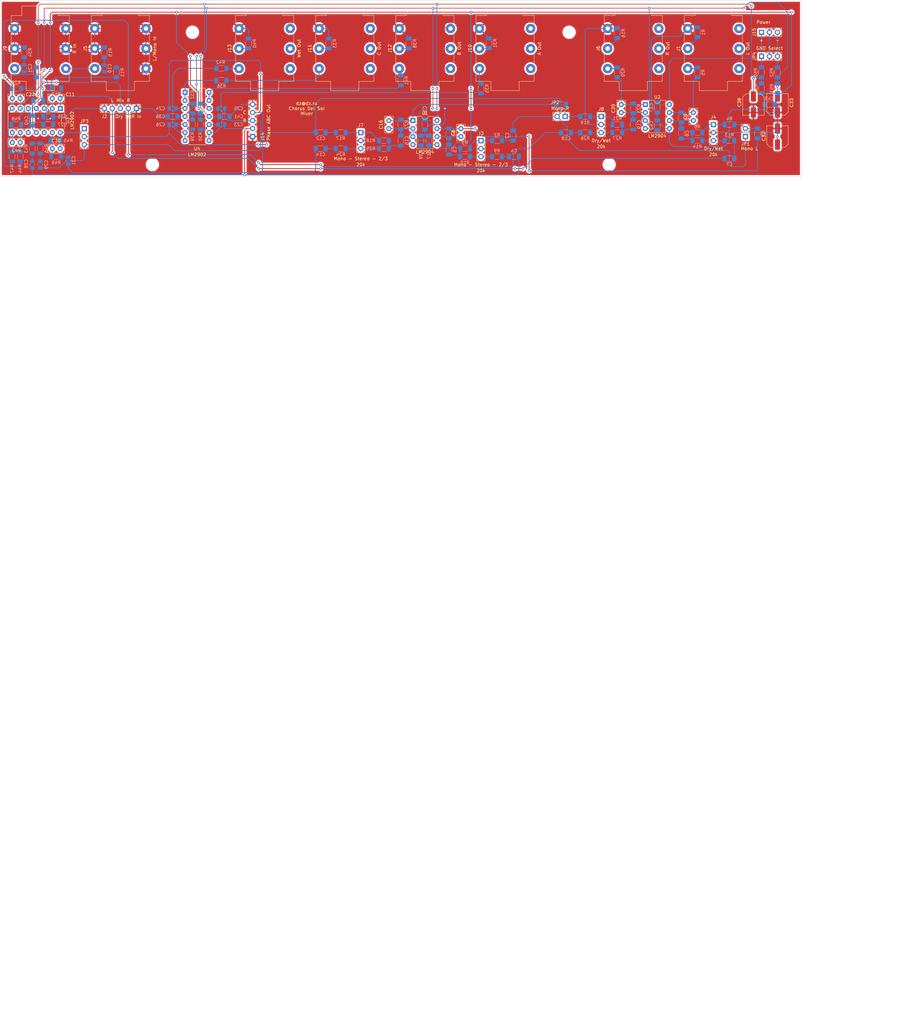
<source format=kicad_pcb>
(kicad_pcb (version 20211014) (generator pcbnew)
  (layers (0 "F.Cu" signal) (31 "B.Cu" signal) (34 "B.Paste" user) (35 "F.Paste" user) (36 "B.SilkS" user "B.Silkscreen") (37 "F.SilkS" user "F.Silkscreen") (38 "B.Mask" user) (39 "F.Mask" user) (44 "Edge.Cuts" user))
  (net 0 "")
  (net 1 "GND")
  (net 2 "/1{slash}2")
  (net 3 "/Wet Mix")
  (net 4 "Net-(C2-Pad2)")
  (net 5 "Net-(C3-Pad1)")
  (net 6 "Net-(C3-Pad2)")
  (net 7 "/A")
  (net 8 "Net-(C4-Pad2)")
  (net 9 "Net-(C5-Pad1)")
  (net 10 "Net-(C5-Pad2)")
  (net 11 "/Dry L")
  (net 12 "Net-(C7-Pad2)")
  (net 13 "Net-(C8-Pad1)")
  (net 14 "Net-(C8-Pad2)")
  (net 15 "Net-(C9-Pad2)")
  (net 16 "Net-(C10-Pad1)")
  (net 17 "Net-(C10-Pad2)")
  (net 18 "Net-(C11-Pad1)")
  (net 19 "Net-(C12-Pad2)")
  (net 20 "Net-(C13-Pad1)")
  (net 21 "Net-(C13-Pad2)")
  (net 22 "/C")
  (net 23 "Net-(C14-Pad2)")
  (net 24 "Net-(C15-Pad1)")
  (net 25 "Net-(C15-Pad2)")
  (net 26 "/Dry R")
  (net 27 "Net-(C18-Pad2)")
  (net 28 "Net-(C19-Pad1)")
  (net 29 "Net-(C19-Pad2)")
  (net 30 "Net-(C20-Pad2)")
  (net 31 "Net-(C21-Pad1)")
  (net 32 "Net-(C21-Pad2)")
  (net 33 "Net-(C22-Pad1)")
  (net 34 "Net-(C23-Pad2)")
  (net 35 "Net-(C24-Pad2)")
  (net 36 "/B")
  (net 37 "Net-(C25-Pad2)")
  (net 38 "Net-(C26-Pad2)")
  (net 39 "Net-(C28-Pad2)")
  (net 40 "Net-(C29-Pad2)")
  (net 41 "Net-(C30-Pad1)")
  (net 42 "Net-(C30-Pad2)")
  (net 43 "Net-(C31-Pad2)")
  (net 44 "/V+")
  (net 45 "/V-")
  (net 46 "Net-(J1-PadR)")
  (net 49 "Net-(J1-PadT)")
  (net 51 "/Dry Mix")
  (net 52 "Net-(J3-Pad1)")
  (net 53 "Net-(J3-Pad3)")
  (net 54 "Net-(J4-Pad1)")
  (net 55 "Net-(J4-Pad3)")
  (net 56 "Net-(J6-PadR)")
  (net 59 "Net-(J6-PadT)")
  (net 61 "Net-(J7-Pad1)")
  (net 62 "Net-(J7-Pad3)")
  (net 63 "Net-(J8-Pad1)")
  (net 64 "Net-(J8-Pad3)")
  (net 65 "Net-(J10-PadR)")
  (net 68 "Net-(J10-PadT)")
  (net 70 "Net-(J11-PadR)")
  (net 73 "Net-(J11-PadT)")
  (net 75 "Net-(J12-PadR)")
  (net 78 "Net-(J12-PadT)")
  (net 80 "Net-(J13-PadR)")
  (net 83 "Net-(J13-PadT)")
  (net 85 "+15V")
  (net 86 "-15V")
  (net 87 "Net-(R35-Pad1)")
  (net 88 "Net-(R36-Pad1)")
  (net 89 "Net-(R41-Pad1)")
  (net 90 "Net-(R42-Pad1)")
  (net 91 "Net-(R44-Pad2)")
  (footprint "Connector_PinHeader_2.54mm:PinHeader_1x03_P2.54mm_Vertical" (layer "F.Cu") (at 238.76 52.07)
    (fp_text reference "J4")
    (fp_text value "20k")
  )
  (footprint "MountingHole:MountingHole_3.2mm_M3" (layer "F.Cu") (at 205.74 64.77)
    (fp_text reference "H4" hide)
    (fp_text value "MountingHole" hide)
  )
  (footprint "Connector_Audio:Jack_6.35mm_Neutrik_NMJ6HCD2_Horizontal" (layer "F.Cu") (at 88.405 34.375 90)
    (fp_text reference "J13")
    (fp_text value "Wet Out")
  )
  (footprint "Capacitor_SMD:C_Elec_6.3x5.8" (layer "F.Cu") (at 259.08 55.88 90)
    (fp_text reference "C32")
    (fp_text value "47,0")
  )
  (footprint "Connector_PinHeader_2.54mm:PinHeader_1x03_P2.54mm_Vertical" (layer "F.Cu") (at 127 54.61)
    (fp_text reference "J7")
    (fp_text value "20k")
  )
  (footprint "Capacitor_SMD:C_Elec_6.3x5.8" (layer "F.Cu") (at 251.46 45.72 -90)
    (fp_text reference "C33")
    (fp_text value "100,0")
  )
  (footprint "Connector_PinHeader_2.54mm:PinHeader_1x03_P2.54mm_Vertical" (layer "F.Cu") (at 254 22.86 90)
    (fp_text reference "J15")
    (fp_text value "Power")
  )
  (footprint "Connector_Audio:Jack_6.35mm_Neutrik_NMJ6HCD2_Horizontal" (layer "F.Cu") (at 230.645 34.375 90)
    (fp_text reference "J1")
    (fp_text value "L Out")
  )
  (footprint "Connector_Audio:Jack_6.35mm_Neutrik_NMJ6HCD2_Horizontal" (layer "F.Cu") (at 139.205 34.375 90)
    (fp_text reference "J12")
    (fp_text value "B Out")
  )
  (footprint "Capacitor_THT:C_Disc_D5.0mm_W2.5mm_P2.50mm" (layer "F.Cu") (at 135.89 53.34 90)
    (fp_text reference "C16")
    (fp_text value "30p")
  )
  (footprint "Connector_Audio:Jack_6.35mm_Neutrik_NMJ6HCD2_Horizontal" (layer "F.Cu") (at 205.245 34.375 90)
    (fp_text reference "J6")
    (fp_text value "R Out")
  )
  (footprint "Connector_PinHeader_2.54mm:PinHeader_1x05_P2.54mm_Vertical" (layer "F.Cu") (at 55.875 46.99 -90)
    (fp_text reference "J2")
    (fp_text value "Dry LMR In")
  )
  (footprint "Capacitor_THT:C_Disc_D5.0mm_W2.5mm_P2.50mm" (layer "F.Cu") (at 209.55 48.26 90)
    (fp_text reference "C20")
    (fp_text value "30p")
  )
  (footprint "MountingHole:MountingHole_3.2mm_M3" (layer "F.Cu") (at 73.66 22.86)
    (fp_text reference "H1" hide)
    (fp_text value "MountingHole" hide)
  )
  (footprint "Connector_Audio:Jack_6.35mm_Neutrik_NMJ6HCD2_Horizontal" (layer "F.Cu") (at 17.285 34.375 90)
    (fp_text reference "J9")
    (fp_text value "R In")
  )
  (footprint "Capacitor_THT:C_Disc_D5.0mm_W2.5mm_P2.50mm" (layer "F.Cu") (at 29.21 43.815)
    (fp_text reference "C11")
    (fp_text value "33p")
  )
  (footprint "Connector_PinHeader_2.54mm:PinHeader_1x02_P2.54mm_Vertical" (layer "F.Cu") (at 191.77 49.53 -90)
    (fp_text reference "JP2")
    (fp_text value "Mono R")
  )
  (footprint "Connector_PinHeader_2.54mm:PinHeader_1x02_P2.54mm_Vertical" (layer "F.Cu") (at 248.92 55.88 180)
    (fp_text reference "JP1")
    (fp_text value "Mono L")
  )
  (footprint "MountingHole:MountingHole_3.2mm_M3" (layer "F.Cu") (at 193.04 22.86)
    (fp_text reference "H2" hide)
    (fp_text value "MountingHole" hide)
  )
  (footprint "Connector_Audio:Jack_6.35mm_Neutrik_NMJ6HCD2_Horizontal" (layer "F.Cu") (at 164.605 34.375 90)
    (fp_text reference "J10")
    (fp_text value "A Out")
  )
  (footprint "Capacitor_THT:C_Disc_D5.0mm_W2.5mm_P2.50mm" (layer "F.Cu") (at 29.215 59.7)
    (fp_text reference "C30")
    (fp_text value "33p")
  )
  (footprint "Connector_Audio:Jack_6.35mm_Neutrik_NMJ6HCD2_Horizontal" (layer "F.Cu") (at 42.685 34.375 90)
    (fp_text reference "J5")
    (fp_text value "L/Mono In")
  )
  (footprint "Capacitor_SMD:C_Elec_6.3x5.8" (layer "F.Cu") (at 259.08 45.72 90)
    (fp_text reference "C38")
    (fp_text value "100,0")
  )
  (footprint "Connector_PinHeader_2.54mm:PinHeader_1x03_P2.54mm_Vertical" (layer "F.Cu") (at 39.37 53.355)
    (fp_text reference "JP3")
    (fp_text value "Mix/B")
  )
  (footprint "MountingHole:MountingHole_3.2mm_M3" (layer "F.Cu") (at 60.96 64.77)
    (fp_text reference "H3" hide)
    (fp_text value "MountingHole" hide)
  )
  (footprint "Package_DIP:DIP-8_W7.62mm" (layer "F.Cu") (at 217.18 45.73)
    (fp_text reference "U2")
    (fp_text value "LM2904")
  )
  (footprint "Connector_PinHeader_2.54mm:PinHeader_1x03_P2.54mm_Vertical" (layer "F.Cu") (at 203.2 49.53)
    (fp_text reference "J8")
    (fp_text value "20k")
  )
  (footprint "Package_DIP:DIP-14_W7.62mm" (layer "F.Cu") (at 71.3 41.91)
    (fp_text reference "U4")
    (fp_text value "LM2902")
  )
  (footprint "Package_DIP:DIP-8_W7.62mm" (layer "F.Cu") (at 143.52 50.81)
    (fp_text reference "U1")
    (fp_text value "LM2904")
  )
  (footprint "Capacitor_THT:C_Disc_D5.0mm_W2.5mm_P2.50mm" (layer "F.Cu") (at 158.75 55.88 90)
    (fp_text reference "C6")
    (fp_text value "30p")
  )
  (footprint "Connector_PinHeader_2.54mm:PinHeader_1x03_P2.54mm_Vertical" (layer "F.Cu") (at 254 30.48 90)
    (fp_text reference "JP4")
    (fp_text value "GND Select")
  )
  (footprint "Package_DIP:DIP-14_W7.62mm" (layer "F.Cu") (at 31.755 47 -90)
    (fp_text reference "U3")
    (fp_text value "LM2902")
  )
  (footprint "Capacitor_THT:C_Disc_D5.0mm_W2.5mm_P2.50mm" (layer "F.Cu") (at 232.41 50.8 90)
    (fp_text reference "C9")
    (fp_text value "30p")
  )
  (footprint "Connector_PinHeader_2.54mm:PinHeader_1x03_P2.54mm_Vertical" (layer "F.Cu") (at 165.1 57.165)
    (fp_text reference "J3")
    (fp_text value "20k")
  )
  (footprint "Capacitor_THT:C_Disc_D5.0mm_W2.5mm_P2.50mm" (layer "F.Cu") (at 19.05 57.785 180)
    (fp_text reference "C44")
    (fp_text value "30p")
  )
  (footprint "Connector_PinHeader_2.54mm:PinHeader_1x05_P2.54mm_Vertical" (layer "F.Cu") (at 92.71 55.88 180)
    (fp_text reference "J14")
    (fp_text value "Phase ABC Out")
  )
  (footprint "Connector_Audio:Jack_6.35mm_Neutrik_NMJ6HCD2_Horizontal" (layer "F.Cu") (at 113.805 34.375 90)
    (fp_text reference "J11")
    (fp_text value "C Out")
  )
  (footprint "Capacitor_THT:C_Disc_D5.0mm_W2.5mm_P2.50mm" (layer "F.Cu") (at 19.03 43.815 180)
    (fp_text reference "C22")
    (fp_text value "33p")
  )
  (footprint "Resistor_SMD:R_1206_3216Metric_Pad1.30x1.75mm_HandSolder" (layer "B.Cu") (at 16.51 62.24 90)
    (fp_text reference "R47")
    (fp_text value "100k")
  )
  (footprint "Resistor_SMD:R_1206_3216Metric_Pad1.30x1.75mm_HandSolder" (layer "B.Cu") (at 254 35.56 -90)
    (fp_text reference "R50")
    (fp_text value "100")
  )
  (footprint "Capacitor_SMD:C_1206_3216Metric_Pad1.33x1.80mm_HandSolder" (layer "B.Cu") (at 114.3 54.61)
    (fp_text reference "C12")
    (fp_text value "20,0")
  )
  (footprint "Resistor_SMD:R_1206_3216Metric_Pad1.30x1.75mm_HandSolder" (layer "B.Cu") (at 139.7 52.07 90)
    (fp_text reference "R22")
    (fp_text value "47k")
  )
  (footprint "Capacitor_SMD:C_1206_3216Metric_Pad1.33x1.80mm_HandSolder" (layer "B.Cu") (at 243.84 62.865)
    (fp_text reference "C7")
    (fp_text value "20,0")
  )
  (footprint "Capacitor_SMD:C_0805_2012Metric_Pad1.18x1.45mm_HandSolder" (layer "B.Cu") (at 34.29 63.5 90)
    (fp_text reference "C31")
    (fp_text value "10,0")
  )
  (footprint "Resistor_SMD:R_1206_3216Metric_Pad1.30x1.75mm_HandSolder" (layer "B.Cu") (at 120.65 54.61)
    (fp_text reference "R17")
    (fp_text value "22k")
  )
  (footprint "Capacitor_SMD:C_0805_2012Metric_Pad1.18x1.45mm_HandSolder" (layer "B.Cu") (at 67.31 46.99)
    (fp_text reference "C24")
    (fp_text value "10,0")
  )
  (footprint "Resistor_SMD:R_1206_3216Metric_Pad1.30x1.75mm_HandSolder" (layer "B.Cu") (at 91.44 26.39 -90)
    (fp_text reference "R40")
    (fp_text value "470")
  )
  (footprint "Resistor_SMD:R_1206_3216Metric_Pad1.30x1.75mm_HandSolder" (layer "B.Cu") (at 22.86 59.69 90)
    (fp_text reference "R43")
    (fp_text value "100k")
  )
  (footprint "Resistor_SMD:R_1206_3216Metric_Pad1.30x1.75mm_HandSolder" (layer "B.Cu") (at 233.68 54.61 180)
    (fp_text reference "R6")
    (fp_text value "22k")
  )
  (footprint "Capacitor_SMD:C_1206_3216Metric_Pad1.33x1.80mm_HandSolder" (layer "B.Cu") (at 192.0625 54.61)
    (fp_text reference "C18")
    (fp_text value "20,0")
  )
  (footprint "Capacitor_SMD:C_1206_3216Metric_Pad1.33x1.80mm_HandSolder" (layer "B.Cu") (at 175.26 55.5875 -90)
    (fp_text reference "C2")
    (fp_text value "20,0")
  )
  (footprint "Capacitor_SMD:C_1206_3216Metric_Pad1.33x1.80mm_HandSolder" (layer "B.Cu") (at 154.94 59.9825 90)
    (fp_text reference "C5")
    (fp_text value "20,0")
  )
  (footprint "Capacitor_SMD:C_0805_2012Metric_Pad1.18x1.45mm_HandSolder" (layer "B.Cu") (at 25.4 64.77 90)
    (fp_text reference "C29")
    (fp_text value "10,0")
  )
  (footprint "Resistor_SMD:R_1206_3216Metric_Pad1.30x1.75mm_HandSolder" (layer "B.Cu") (at 259.08 40.64 -90)
    (fp_text reference "R53")
    (fp_text value "10k")
  )
  (footprint "Resistor_SMD:R_1206_3216Metric_Pad1.30x1.75mm_HandSolder" (layer "B.Cu") (at 76.2 46.99 -90)
    (fp_text reference "R37")
    (fp_text value "100k")
  )
  (footprint "Resistor_SMD:R_1206_3216Metric_Pad1.30x1.75mm_HandSolder" (layer "B.Cu") (at 120.65 59.69)
    (fp_text reference "R24")
    (fp_text value "22k")
  )
  (footprint "Resistor_SMD:R_1206_3216Metric_Pad1.30x1.75mm_HandSolder" (layer "B.Cu") (at 233.68 35.56 90)
    (fp_text reference "R5")
    (fp_text value "470")
  )
  (footprint "Resistor_SMD:R_1206_3216Metric_Pad1.30x1.75mm_HandSolder" (layer "B.Cu") (at 160.02 62.23 180)
    (fp_text reference "R10")
    (fp_text value "22k")
  )
  (footprint "Capacitor_SMD:C_1206_3216Metric_Pad1.33x1.80mm_HandSolder" (layer "B.Cu") (at 220.98 52.3625 -90)
    (fp_text reference "C42")
    (fp_text value "0,1")
  )
  (footprint "Resistor_SMD:R_1206_3216Metric_Pad1.30x1.75mm_HandSolder" (layer "B.Cu") (at 228.6 49.81 90)
    (fp_text reference "R8")
    (fp_text value "47k")
  )
  (footprint "Resistor_SMD:R_1206_3216Metric_Pad1.30x1.75mm_HandSolder" (layer "B.Cu") (at 25.4 59.69 90)
    (fp_text reference "R46")
    (fp_text value "100k")
  )
  (footprint "Resistor_SMD:R_1206_3216Metric_Pad1.30x1.75mm_HandSolder" (layer "B.Cu") (at 208.28 23.14 -90)
    (fp_text reference "R16")
    (fp_text value "470")
  )
  (footprint "Resistor_SMD:R_1206_3216Metric_Pad1.30x1.75mm_HandSolder" (layer "B.Cu") (at 49.53 35.56 -90)
    (fp_text reference "R11")
    (fp_text value "47k")
  )
  (footprint "Resistor_SMD:R_1206_3216Metric_Pad1.30x1.75mm_HandSolder" (layer "B.Cu") (at 160.02 59.69 180)
    (fp_text reference "R3")
    (fp_text value "22k")
  )
  (footprint "Resistor_SMD:R_1206_3216Metric_Pad1.30x1.75mm_HandSolder" (layer "B.Cu") (at 142.24 26.39 -90)
    (fp_text reference "R38")
    (fp_text value "470")
  )
  (footprint "Capacitor_SMD:C_1206_3216Metric_Pad1.33x1.80mm_HandSolder" (layer "B.Cu") (at 190.5 45.72)
    (fp_text reference "C13")
    (fp_text value "20,0")
  )
  (footprint "Resistor_SMD:R_1206_3216Metric_Pad1.30x1.75mm_HandSolder" (layer "B.Cu") (at 116.84 26.39 -90)
    (fp_text reference "R33")
    (fp_text value "470")
  )
  (footprint "Capacitor_SMD:C_1206_3216Metric_Pad1.33x1.80mm_HandSolder" (layer "B.Cu") (at 147.32 52.07 -90)
    (fp_text reference "C34")
    (fp_text value "0,1")
  )
  (footprint "Resistor_SMD:R_1206_3216Metric_Pad1.30x1.75mm_HandSolder" (layer "B.Cu") (at 73.66 52.07 90)
    (fp_text reference "R39")
    (fp_text value "100k")
  )
  (footprint "Resistor_SMD:R_1206_3216Metric_Pad1.30x1.75mm_HandSolder" (layer "B.Cu") (at 233.68 57.15 180)
    (fp_text reference "R14")
    (fp_text value "22k")
  )
  (footprint "Resistor_SMD:R_1206_3216Metric_Pad1.30x1.75mm_HandSolder" (layer "B.Cu") (at 73.66 46.99 -90)
    (fp_text reference "R32")
    (fp_text value "100k")
  )
  (footprint "Resistor_SMD:R_1206_3216Metric_Pad1.30x1.75mm_HandSolder" (layer "B.Cu") (at 233.68 22.86 -90)
    (fp_text reference "R1")
    (fp_text value "470")
  )
  (footprint "Resistor_SMD:R_1206_3216Metric_Pad1.30x1.75mm_HandSolder" (layer "B.Cu") (at 208.28 52.07)
    (fp_text reference "R21")
    (fp_text value "22k")
  )
  (footprint "Resistor_SMD:R_1206_3216Metric_Pad1.30x1.75mm_HandSolder" (layer "B.Cu") (at 167.64 26.34 -90)
    (fp_text reference "R31")
    (fp_text value "470")
  )
  (footprint "Capacitor_SMD:C_0805_2012Metric_Pad1.18x1.45mm_HandSolder" (layer "B.Cu") (at 82.82 52.07 180)
    (fp_text reference "C23")
    (fp_text value "10,0")
  )
  (footprint "Resistor_SMD:R_1206_3216Metric_Pad1.30x1.75mm_HandSolder" (layer "B.Cu") (at 170.18 57.15 180)
    (fp_text reference "R2")
    (fp_text value "22k")
  )
  (footprint "Resistor_SMD:R_1206_3216Metric_Pad1.30x1.75mm_HandSolder" (layer "B.Cu") (at 82.83 34.29)
    (fp_text reference "R42")
    (fp_text value "470")
  )
  (footprint "Capacitor_SMD:C_1206_3216Metric_Pad1.33x1.80mm_HandSolder" (layer "B.Cu") (at 27.94 49.54)
    (fp_text reference "C35")
    (fp_text value "0,1")
  )
  (footprint "Capacitor_SMD:C_1206_3216Metric_Pad1.33x1.80mm_HandSolder" (layer "B.Cu") (at 228.6 54.9025 90)
    (fp_text reference "C8")
    (fp_text value "20,0")
  )
  (footprint "Resistor_SMD:R_1206_3216Metric_Pad1.30x1.75mm_HandSolder" (layer "B.Cu") (at 30.48 40.64)
    (fp_text reference "R12")
    (fp_text value "100k")
  )
  (footprint "Resistor_SMD:R_1206_3216Metric_Pad1.30x1.75mm_HandSolder" (layer "B.Cu") (at 243.84 52.07 180)
    (fp_text reference "R4")
    (fp_text value "22k")
  )
  (footprint "Resistor_SMD:R_1206_3216Metric_Pad1.30x1.75mm_HandSolder" (layer "B.Cu") (at 17.78 40.64 180)
    (fp_text reference "R29")
    (fp_text value "100k")
  )
  (footprint "Resistor_SMD:R_1206_3216Metric_Pad1.30x1.75mm_HandSolder" (layer "B.Cu") (at 259.08 35.56 -90)
    (fp_text reference "R52")
    (fp_text value "100")
  )
  (footprint "Resistor_SMD:R_1206_3216Metric_Pad1.30x1.75mm_HandSolder" (layer "B.Cu") (at 17.78 52.07 180)
    (fp_text reference "R48")
    (fp_text value "100k")
  )
  (footprint "Capacitor_SMD:C_0805_2012Metric_Pad1.18x1.45mm_HandSolder" (layer "B.Cu") (at 45.72 34.29 90)
    (fp_text reference "C10")
    (fp_text value "0,22")
  )
  (footprint "Capacitor_SMD:C_1206_3216Metric_Pad1.33x1.80mm_HandSolder" (layer "B.Cu") (at 114.3 59.69)
    (fp_text reference "C14")
    (fp_text value "20,0")
  )
  (footprint "Resistor_SMD:R_1206_3216Metric_Pad1.30x1.75mm_HandSolder" (layer "B.Cu") (at 208.28 54.61)
    (fp_text reference "R27")
    (fp_text value "22k")
  )
  (footprint "Resistor_SMD:R_1206_3216Metric_Pad1.30x1.75mm_HandSolder" (layer "B.Cu") (at 208.28 35.56 90)
    (fp_text reference "R20")
    (fp_text value "470")
  )
  (footprint "Capacitor_SMD:C_1206_3216Metric_Pad1.33x1.80mm_HandSolder" (layer "B.Cu") (at 220.98 46.6975 -90)
    (fp_text reference "C37")
    (fp_text value "0,1")
  )
  (footprint "Capacitor_SMD:C_0805_2012Metric_Pad1.18x1.45mm_HandSolder" (layer "B.Cu") (at 82.82 46.99 180)
    (fp_text reference "C25")
    (fp_text value "10,0")
  )
  (footprint "Resistor_SMD:R_1206_3216Metric_Pad1.30x1.75mm_HandSolder" (layer "B.Cu") (at 134.34 57.15)
    (fp_text reference "R18")
    (fp_text value "22k")
  )
  (footprint "Resistor_SMD:R_1206_3216Metric_Pad1.30x1.75mm_HandSolder" (layer "B.Cu") (at 198.12 49.53)
    (fp_text reference "R19")
    (fp_text value "22k")
  )
  (footprint "Resistor_SMD:R_1206_3216Metric_Pad1.30x1.75mm_HandSolder" (layer "B.Cu") (at 45.72 29.21 -90)
    (fp_text reference "R15")
    (fp_text value "1m")
  )
  (footprint "Capacitor_SMD:C_1206_3216Metric_Pad1.33x1.80mm_HandSolder" (layer "B.Cu") (at 67.31 49.53 180)
    (fp_text reference "C36")
    (fp_text value "0,1")
  )
  (footprint "Capacitor_SMD:C_1206_3216Metric_Pad1.33x1.80mm_HandSolder" (layer "B.Cu") (at 175.5525 62.23 180)
    (fp_text reference "C4")
    (fp_text value "20,0")
  )
  (footprint "Capacitor_SMD:C_1206_3216Metric_Pad1.33x1.80mm_HandSolder" (layer "B.Cu") (at 148.59 57.15 -90)
    (fp_text reference "C17")
    (fp_text value "0,1")
  )
  (footprint "Resistor_SMD:R_1206_3216Metric_Pad1.30x1.75mm_HandSolder" (layer "B.Cu") (at 19.055 62.24 90)
    (fp_text reference "R44")
    (fp_text value "100k")
  )
  (footprint "Capacitor_SMD:C_1206_3216Metric_Pad1.33x1.80mm_HandSolder" (layer "B.Cu") (at 22.86 50.8 -90)
    (fp_text reference "C40")
    (fp_text value "0,1")
  )
  (footprint "Resistor_SMD:R_1206_3216Metric_Pad1.30x1.75mm_HandSolder" (layer "B.Cu") (at 198.12 54.61)
    (fp_text reference "R26")
    (fp_text value "22k")
  )
  (footprint "Resistor_SMD:R_1206_3216Metric_Pad1.30x1.75mm_HandSolder" (layer "B.Cu") (at 76.2 52.07 90)
    (fp_text reference "R30")
    (fp_text value "100k")
  )
  (footprint "Resistor_SMD:R_1206_3216Metric_Pad1.30x1.75mm_HandSolder" (layer "B.Cu") (at 170.18 62.23 180)
    (fp_text reference "R9")
    (fp_text value "22k")
  )
  (footprint "Resistor_SMD:R_1206_3216Metric_Pad1.30x1.75mm_HandSolder" (layer "B.Cu") (at 24.13 35.56 -90)
    (fp_text reference "R28")
    (fp_text value "47k")
  )
  (footprint "Capacitor_SMD:C_1206_3216Metric_Pad1.33x1.80mm_HandSolder" (layer "B.Cu") (at 27.94 52.07 180)
    (fp_text reference "C27")
    (fp_text value "0,1")
  )
  (footprint "Capacitor_SMD:C_1206_3216Metric_Pad1.33x1.80mm_HandSolder" (layer "B.Cu") (at 139.7 57.15 90)
    (fp_text reference "C15")
    (fp_text value "20,0")
  )
  (footprint "Resistor_SMD:R_1206_3216Metric_Pad1.30x1.75mm_HandSolder" (layer "B.Cu") (at 139.7 38.1 90)
    (fp_text reference "R41")
    (fp_text value "470")
  )
  (footprint "Capacitor_SMD:C_1206_3216Metric_Pad1.33x1.80mm_HandSolder" (layer "B.Cu") (at 24.765 44.45)
    (fp_text reference "C1")
    (fp_text value "0,1")
  )
  (footprint "Resistor_SMD:R_1206_3216Metric_Pad1.30x1.75mm_HandSolder" (layer "B.Cu") (at 213.36 46.99 90)
    (fp_text reference "R23")
    (fp_text value "47k")
  )
  (footprint "Resistor_SMD:R_1206_3216Metric_Pad1.30x1.75mm_HandSolder" (layer "B.Cu") (at 134.34 59.69)
    (fp_text reference "R25")
    (fp_text value "22k")
  )
  (footprint "Resistor_SMD:R_1206_3216Metric_Pad1.30x1.75mm_HandSolder" (layer "B.Cu") (at 243.84 57.15 180)
    (fp_text reference "R13")
    (fp_text value "22k")
  )
  (footprint "Capacitor_SMD:C_1206_3216Metric_Pad1.33x1.80mm_HandSolder" (layer "B.Cu") (at 83.82 49.53 180)
    (fp_text reference "C41")
    (fp_text value "0,1")
  )
  (footprint "Resistor_SMD:R_1206_3216Metric_Pad1.30x1.75mm_HandSolder" (layer "B.Cu") (at 20.32 29.21 -90)
    (fp_text reference "R34")
    (fp_text value "1m")
  )
  (footprint "Resistor_SMD:R_1206_3216Metric_Pad1.30x1.75mm_HandSolder" (layer "B.Cu") (at 30.48 62.23 180)
    (fp_text reference "R49")
    (fp_text value "100k")
  )
  (footprint "Capacitor_SMD:C_1206_3216Metric_Pad1.33x1.80mm_HandSolder" (layer "B.Cu") (at 146.05 57.15 -90)
    (fp_text reference "C39")
    (fp_text value "0,1")
  )
  (footprint "Resistor_SMD:R_1206_3216Metric_Pad1.30x1.75mm_HandSolder" (layer "B.Cu") (at 82.83 38.1)
    (fp_text reference "R36")
    (fp_text value "470")
  )
  (footprint "Resistor_SMD:R_1206_3216Metric_Pad1.30x1.75mm_HandSolder" (layer "B.Cu") (at 30.2 57.16)
    (fp_text reference "R45")
    (fp_text value "100k")
  )
  (footprint "Capacitor_SMD:C_0805_2012Metric_Pad1.18x1.45mm_HandSolder" (layer "B.Cu") (at 20.32 34.29 90)
    (fp_text reference "C21")
    (fp_text value "0,22")
  )
  (footprint "Resistor_SMD:R_1206_3216Metric_Pad1.30x1.75mm_HandSolder" (layer "B.Cu") (at 154.94 54.89 90)
    (fp_text reference "R7")
    (fp_text value "47k")
  )
  (footprint "Capacitor_SMD:C_1206_3216Metric_Pad1.33x1.80mm_HandSolder" (layer "B.Cu") (at 213.36 52.07 90)
    (fp_text reference "C19")
    (fp_text value "20,0")
  )
  (footprint "Resistor_SMD:R_1206_3216Metric_Pad1.30x1.75mm_HandSolder" (layer "B.Cu") (at 165.1 40.64 90)
    (fp_text reference "R35")
    (fp_text value "470")
  )
  (footprint "Resistor_SMD:R_1206_3216Metric_Pad1.30x1.75mm_HandSolder" (layer "B.Cu") (at 254 40.64 -90)
    (fp_text reference "R51")
    (fp_text value "10k")
  )
  (footprint "Capacitor_SMD:C_1206_3216Metric_Pad1.33x1.80mm_HandSolder" (layer "B.Cu") (at 252.73 54.9025 90)
    (fp_text reference "C3")
    (fp_text value "20,0")
  )
  (footprint "Capacitor_SMD:C_0805_2012Metric_Pad1.18x1.45mm_HandSolder" (layer "B.Cu") (at 22.86 64.77 90)
    (fp_text reference "C28")
    (fp_text value "10,0")
  )
  (footprint "Capacitor_SMD:C_1206_3216Metric_Pad1.33x1.80mm_HandSolder" (layer "B.Cu") (at 256.54 45.72 180)
    (fp_text reference "C43")
    (fp_text value "0,1")
  )
  (footprint "Capacitor_SMD:C_0805_2012Metric_Pad1.18x1.45mm_HandSolder" (layer "B.Cu") (at 67.31 52.07)
    (fp_text reference "C26")
    (fp_text value "10,0")
  )
  (gr_rect (start 12.7 12.7) (end 266.7 68.58) (layer "Edge.Cuts") (width 0.1) (fill none))
  (gr_text "-" (at 259.08 25.4) (layer "F.SilkS") (effects (font (size 1 1))))
  (gr_text "C" (at 90.17 48.26) (layer "F.SilkS") (effects (font (size 1 1))))
  (gr_text "Mix" (at 50.8 44.45) (layer "F.SilkS") (effects (font (size 1 1))))
  (gr_text "dz@dz.ru\nChorus Del Sol\nMixer" (at 109.855 46.99) (layer "F.SilkS") (effects (font (size 1 1))))
  (gr_text "R" (at 53.34 44.45) (layer "F.SilkS") (effects (font (size 1 1))))
  (gr_text "Dry/Wet" (at 238.76 59.69) (layer "F.SilkS") (effects (font (size 1 1))))
  (gr_text "L" (at 48.26 44.45) (layer "F.SilkS") (effects (font (size 1 1))))
  (gr_text "Dry/Wet" (at 203.2 57.15) (layer "F.SilkS") (effects (font (size 1 1))))
  (gr_text "Mono - Stereo - 2/3" (at 165.1 64.77) (layer "F.SilkS") (effects (font (size 1 1))))
  (gr_text "B" (at 90.17 50.8) (layer "F.SilkS") (effects (font (size 1 1))))
  (gr_text "A" (at 90.17 53.34) (layer "F.SilkS") (effects (font (size 1 1))))
  (gr_text "Mono - Stereo - 2/3" (at 127 62.865) (layer "F.SilkS") (effects (font (size 1 1))))
  (gr_text "+" (at 254 25.4) (layer "F.SilkS") (effects (font (size 1 1))))
  (segment (start 207.07 19.85) (end 228.82 19.85) (width 0.25) (layer "F.Cu") (net 1))
  (segment (start 33.515 28.025) (end 33.515 21.675) (width 0.25) (layer "F.Cu") (net 1))
  (segment (start 85.145 18.415) (end 88.405 21.675) (width 0.25) (layer "F.Cu") (net 1))
  (segment (start 17.285 28.025) (end 33.515 28.025) (width 0.25) (layer "F.Cu") (net 1))
  (segment (start 259.0775 48.26) (end 259.08 48.2575) (width 0.25) (layer "F.Cu") (net 1))
  (segment (start 58.915 28.025) (end 58.915 21.675) (width 0.25) (layer "F.Cu") (net 1))
  (segment (start 153.67 46.99) (end 153.61 46.93) (width 0.25) (layer "F.Cu") (net 1))
  (segment (start 124.46 55.88) (end 124.46 19.685) (width 0.25) (layer "F.Cu") (net 1))
  (segment (start 137.215 19.685) (end 139.205 21.675) (width 0.25) (layer "F.Cu") (net 1))
  (segment (start 92.71 55.88) (end 94.615 55.88) (width 0.25) (layer "F.Cu") (net 1))
  (segment (start 92.71 34.925) (end 93.345 34.29) (width 0.25) (layer "F.Cu") (net 1))
  (segment (start 58.915 43.95) (end 58.915 34.375) (width 0.25) (layer "F.Cu") (net 1))
  (segment (start 42.685 28.025) (end 42.685 21.675) (width 0.25) (layer "F.Cu") (net 1))
  (segment (start 17.285 28.025) (end 17.285 21.675) (width 0.25) (layer "F.Cu") (net 1))
  (segment (start 24.765 50.165) (end 28.575 50.165) (width 0.25) (layer "F.Cu") (net 1))
  (segment (start 95.335 21.675) (end 95.885 22.225) (width 0.25) (layer "F.Cu") (net 1))
  (segment (start 162.78 19.85) (end 164.605 21.675) (width 0.25) (layer "F.Cu") (net 1))
  (segment (start 168.91 19.685) (end 203.255 19.685) (width 0.25) (layer "F.Cu") (net 1))
  (segment (start 165.1 59.705) (end 168.26 59.705) (width 0.25) (layer "F.Cu") (net 1))
  (segment (start 62.175 18.415) (end 85.145 18.415) (width 0.25) (layer "F.Cu") (net 1))
  (segment (start 166.595 19.685) (end 168.91 19.685) (width 0.25) (layer "F.Cu") (net 1))
  (segment (start 153.61 46.93) (end 153.61 19.745) (width 0.25) (layer "F.Cu") (net 1))
  (segment (start 111.98 19.85) (end 113.805 21.675) (width 0.25) (layer "F.Cu") (net 1))
  (segment (start 168.91 59.055) (end 168.91 19.685) (width 0.25) (layer "F.Cu") (net 1))
  (segment (start 58.915 34.375) (end 58.915 28.025) (width 0.25) (layer "F.Cu") (net 1))
  (segment (start 93.345 34.29) (end 95.885 34.29) (width 0.25) (layer "F.Cu") (net 1))
  (segment (start 259.08 48.2575) (end 256.54 45.7175) (width 0.25) (layer "F.Cu") (net 1))
  (segment (start 115.795 19.685) (end 137.215 19.685) (width 0.25) (layer "F.Cu") (net 1))
  (segment (start 203.255 19.685) (end 205.245 21.675) (width 0.25) (layer "F.Cu") (net 1))
  (segment (start 88.405 21.675) (end 95.335 21.675) (width 0.25) (layer "F.Cu") (net 1))
  (segment (start 257.81 48.26) (end 259.0775 48.26) (width 0.25) (layer "F.Cu") (net 1))
  (segment (start 127 57.15) (end 125.73 57.15) (width 0.25) (layer "F.Cu") (net 1))
  (segment (start 168.26 59.705) (end 168.91 59.055) (width 0.25) (layer "F.Cu") (net 1))
  (segment (start 153.61 19.745) (end 153.67 19.685) (width 0.25) (layer "F.Cu") (net 1))
  (segment (start 42.685 21.675) (end 58.915 21.675) (width 0.25) (layer "F.Cu") (net 1))
  (segment (start 259.08 53.3425) (end 259.08 48.2575) (width 0.25) (layer "F.Cu") (net 1))
  (segment (start 232.635 19.685) (end 255.27 19.685) (width 0.25) (layer "F.Cu") (net 1))
  (segment (start 55.875 46.99) (end 58.915 43.95) (width 0.25) (layer "F.Cu") (net 1))
  (segment (start 228.82 19.85) (end 230.645 21.675) (width 0.25) (layer "F.Cu") (net 1))
  (segment (start 251.46 48.2575) (end 259.08 48.2575) (width 0.25) (layer "F.Cu") (net 1))
  (segment (start 95.975 54.52) (end 95.975 22.135) (width 0.25) (layer "F.Cu") (net 1))
  (segment (start 95.975 22.135) (end 98.26 19.85) (width 0.25) (layer "F.Cu") (net 1))
  (segment (start 255.27 19.685) (end 256.54 20.955) (width 0.25) (layer "F.Cu") (net 1))
  (segment (start 113.805 21.675) (end 115.795 19.685) (width 0.25) (layer "F.Cu") (net 1))
  (segment (start 256.54 20.955) (end 256.54 22.86) (width 0.25) (layer "F.Cu") (net 1))
  (segment (start 98.26 19.85) (end 111.98 19.85) (width 0.25) (layer "F.Cu") (net 1))
  (segment (start 230.645 21.675) (end 232.635 19.685) (width 0.25) (layer "F.Cu") (net 1))
  (segment (start 92.71 45.72) (end 92.71 34.925) (width 0.25) (layer "F.Cu") (net 1))
  (segment (start 164.605 21.675) (end 166.595 19.685) (width 0.25) (layer "F.Cu") (net 1))
  (segment (start 58.915 21.675) (end 62.175 18.415) (width 0.25) (layer "F.Cu") (net 1))
  (segment (start 125.73 57.15) (end 124.46 55.88) (width 0.25) (layer "F.Cu") (net 1))
  (segment (start 256.54 45.7175) (end 256.54 30.48) (width 0.25) (layer "F.Cu") (net 1))
  (segment (start 205.245 21.675) (end 207.07 19.85) (width 0.25) (layer "F.Cu") (net 1))
  (segment (start 141.03 19.85) (end 162.78 19.85) (width 0.25) (layer "F.Cu") (net 1))
  (segment (start 94.615 55.88) (end 95.975 54.52) (width 0.25) (layer "F.Cu") (net 1))
  (segment (start 139.205 21.675) (end 141.03 19.85) (width 0.25) (layer "F.Cu") (net 1))
  (segment (start 33.515 28.025) (end 42.685 28.025) (width 0.25) (layer "F.Cu") (net 1))
  (via (at 24.765 50.165) (size 0.8) (drill 0.4) (layers "F.Cu" "B.Cu") (net 1))
  (via (at 28.575 50.165) (size 0.8) (drill 0.4) (layers "F.Cu" "B.Cu") (net 1))
  (via (at 153.67 46.99) (size 0.8) (drill 0.4) (layers "F.Cu" "B.Cu") (net 1))
  (via (at 257.81 48.26) (size 0.8) (drill 0.4) (layers "F.Cu" "B.Cu") (net 1))
  (segment (start 198.12 51.435) (end 198.12 22.225) (width 0.25) (layer "B.Cu") (net 1))
  (segment (start 243.84 48.26) (end 244.7675 47.3325) (width 0.25) (layer "B.Cu") (net 1))
  (segment (start 254.9775 45.72) (end 254.9775 47.3325) (width 0.25) (layer "B.Cu") (net 1))
  (segment (start 228.19 24.13) (end 230.645 21.675) (width 0.25) (layer "B.Cu") (net 1))
  (segment (start 45.355 28.025) (end 42.685 28.025) (width 0.25) (layer "B.Cu") (net 1))
  (segment (start 22.86 49.2375) (end 23.8375 49.2375) (width 0.25) (layer "B.Cu") (net 1))
  (segment (start 33.645 49.54) (end 29.5025 49.54) (width 0.25) (layer "B.Cu") (net 1))
  (segment (start 91.44 24.84) (end 91.44 22.225) (width 0.25) (layer "B.Cu") (net 1))
  (segment (start 28.8775 50.165) (end 29.5025 49.54) (width 0.25) (layer "B.Cu") (net 1))
  (segment (start 139.205 21.675) (end 142.24 24.71) (width 0.25) (layer "B.Cu") (net 1))
  (segment (start 146.05 55.5875) (end 147.6625 55.5875) (width 0.25) (layer "B.Cu") (net 1))
  (segment (start 142.24 24.71) (end 142.24 24.84) (width 0.25) (layer "B.Cu") (net 1))
  (segment (start 53.97 48.895) (end 55.875 46.99) (width 0.25) (layer "B.Cu") (net 1))
  (segment (start 255.905 48.26) (end 257.81 48.26) (width 0.25) (layer "B.Cu") (net 1))
  (segment (start 22.86 49.2375) (end 22.86 44.7925) (width 0.25) (layer "B.Cu") (net 1))
  (segment (start 19.955 28.025) (end 17.285 28.025) (width 0.25) (layer "B.Cu") (net 1))
  (segment (start 116.84 24.84) (end 116.84 22.225) (width 0.25) (layer "B.Cu") (net 1))
  (segment (start 208.195 21.675) (end 208.28 21.59) (width 0.25) (layer "B.Cu") (net 1))
  (segment (start 45.715 46.99) (end 47.62 48.895) (width 0.25) (layer "B.Cu") (net 1))
  (segment (start 116.84 22.225) (end 116.205 21.59) (width 0.25) (layer "B.Cu") (net 1))
  (segment (start 65.7475 49.53) (end 63.5 49.53) (width 0.25) (layer "B.Cu") (net 1))
  (segment (start 36.195 46.99) (end 33.645 49.54) (width 0.25) (layer "B.Cu") (net 1))
  (segment (start 29.5025 52.07) (end 29.5025 49.54) (width 0.25) (layer "B.Cu") (net 1))
  (segment (start 219.075 25.4) (end 220.345 24.13) (width 0.25) (layer "B.Cu") (net 1))
  (segment (start 238.76 54.61) (end 243.205 54.61) (width 0.25) (layer "B.Cu") (net 1))
  (segment (start 28.575 50.165) (end 28.8775 50.165) (width 0.25) (layer "B.Cu") (net 1))
  (segment (start 230.645 21.675) (end 233.315 21.675) (width 0.25) (layer "B.Cu") (net 1))
  (segment (start 116.205 21.59) (end 116.12 21.675) (width 0.25) (layer "B.Cu") (net 1))
  (segment (start 116.12 21.675) (end 113.805 21.675) (width 0.25) (layer "B.Cu") (net 1))
  (segment (start 147.32 55.245) (end 147.6625 55.5875) (width 0.25) (layer "B.Cu") (net 1))
  (segment (start 45.72 27.66) (end 45.355 28.025) (width 0.25) (layer "B.Cu") (net 1))
  (segment (start 220.98 50.8) (end 220.98 48.26) (width 0.25) (layer "B.Cu") (net 1))
  (segment (start 47.62 48.895) (end 53.97 48.895) (width 0.25) (layer "B.Cu") (net 1))
  (segment (start 167.64 24.71) (end 167.64 24.79) (width 0.25) (layer "B.Cu") (net 1))
  (segment (start 153.035 52.07) (end 153.67 51.435) (width 0.25) (layer "B.Cu") (net 1))
  (segment (start 90.89 21.675) (end 88.405 21.675) (width 0.25) (layer "B.Cu") (net 1))
  (segment (start 89.1925 45.72) (end 92.71 45.72) (width 0.25) (layer "B.Cu") (net 1))
  (segment (start 20.32 27.66) (end 19.955 28.025) (width 0.25) (layer "B.Cu") (net 1))
  (segment (start 198.755 52.07) (end 198.12 51.435) (width 0.25) (layer "B.Cu") (net 1))
  (segment (start 244.7675 47.3325) (end 254.9775 47.3325) (width 0.25) (layer "B.Cu") (net 1))
  (segment (start 220.98 48.26) (end 219.075 46.355) (width 0.25) (layer "B.Cu") (net 1))
  (segment (start 45.715 46.99) (end 36.195 46.99) (width 0.25) (layer "B.Cu") (net 1))
  (segment (start 60.96 46.99) (end 55.875 46.99) (width 0.25) (layer "B.Cu") (net 1))
  (segment (start 148.8825 52.07) (end 153.035 52.07) (width 0.25) (layer "B.Cu") (net 1))
  (segment (start 220.345 24.13) (end 228.19 24.13) (width 0.25) (layer "B.Cu") (net 1))
  (segment (start 233.315 21.675) (end 233.68 21.31) (width 0.25) (layer "B.Cu") (net 1))
  (segment (start 153.67 51.435) (end 153.67 46.99) (width 0.25) (layer "B.Cu") (net 1))
  (segment (start 23.8375 49.2375) (end 24.765 50.165) (width 0.25) (layer "B.Cu") (net 1))
  (segment (start 91.44 22.225) (end 90.89 21.675) (width 0.25) (layer "B.Cu") (net 1))
  (segment (start 147.6625 55.5875) (end 148.59 55.5875) (width 0.25) (layer "B.Cu") (net 1))
  (segment (start 243.84 53.975) (end 243.84 48.26) (width 0.25) (layer "B.Cu") (net 1))
  (segment (start 147.32 53.6325) (end 148.8825 52.07) (width 0.25) (layer "B.Cu") (net 1))
  (segment (start 205.245 21.675) (end 208.195 21.675) (width 0.25) (layer "B.Cu") (net 1))
  (segment (start 254.9775 47.3325) (end 255.905 48.26) (width 0.25) (layer "B.Cu") (net 1))
  (segment (start 63.5 49.53) (end 60.96 46.99) (width 0.25) (layer "B.Cu") (net 1))
  (segment (start 219.075 46.355) (end 219.075 25.4) (width 0.25) (layer "B.Cu") (net 1))
  (segment (start 147.32 53.6325) (end 147.32 55.245) (width 0.25) (layer "B.Cu") (net 1))
  (segment (start 203.2 52.07) (end 198.755 52.07) (width 0.25) (layer "B.Cu") (net 1))
  (segment (start 164.605 21.675) (end 167.64 24.71) (width 0.25) (layer "B.Cu") (net 1))
  (segment (start 243.205 54.61) (end 243.84 53.975) (width 0.25) (layer "B.Cu") (net 1))
  (segment (start 256.54 22.86) (end 256.54 30.48) (width 0.25) (layer "B.Cu") (net 1))
  (segment (start 198.67 21.675) (end 205.245 21.675) (width 0.25) (layer "B.Cu") (net 1))
  (segment (start 85.3825 49.53) (end 89.1925 45.72) (width 0.25) (layer "B.Cu") (net 1))
  (segment (start 22.86 44.7925) (end 23.2025 44.45) (width 0.25) (layer "B.Cu") (net 1))
  (segment (start 198.12 22.225) (end 198.67 21.675) (width 0.25) (layer "B.Cu") (net 1))
  (segment (start 68.58 16.51) (end 29.21 16.51) (width 0.25) (layer "F.Cu") (net 2))
  (segment (start 161.925 46.99) (end 161.925 40.64) (width 0.25) (layer "F.Cu") (net 2))
  (segment (start 75.527015 47.000768) (end 75.527015 41.872015) (width 0.25) (layer "F.Cu") (net 2))
  (segment (start 26.1645 40.64) (end 25.945 40.4205) (width 0.25) (layer "F.Cu") (net 2))
  (segment (start 75.527015 41.872015) (end 73.025 39.37) (width 0.25) (layer "F.Cu") (net 2))
  (segment (start 161.925 16.51) (end 68.58 16.51) (width 0.25) (layer "F.Cu") (net 2))
  (segment (start 73.025 39.37) (end 73.025 30.48) (width 0.25) (layer "F.Cu") (net 2))
  (segment (start 259.08 55.88) (end 259.08 58.4175) (width 0.25) (layer "F.Cu") (net 2))
  (segment (start 28.575 17.145) (end 28.575 19.7745) (width 0.25) (layer "F.Cu") (net 2))
  (segment (start 29.21 16.51) (end 28.575 17.145) (width 0.25) (layer "F.Cu") (net 2))
  (segment (start 263.525 16.51) (end 161.925 16.51) (width 0.25) (layer "F.Cu") (net 2))
  (segment (start 25.945 40.4205) (end 25.945 37.555) (width 0.25) (layer "F.Cu") (net 2))
  (segment (start 25.945 37.555) (end 28.575 34.925) (width 0.25) (layer "F.Cu") (net 2))
  (via (at 68.58 16.51) (size 0.8) (drill 0.4) (layers "F.Cu" "B.Cu") (net 2))
  (via (at 161.925 40.64) (size 0.8) (drill 0.4) (layers "F.Cu" "B.Cu") (net 2))
  (via (at 73.025 30.48) (size 0.8) (drill 0.4) (layers "F.Cu" "B.Cu") (net 2))
  (via (at 28.575 19.7745) (size 0.8) (drill 0.4) (layers "F.Cu" "B.Cu") (net 2))
  (via (at 75.527015 47.000768) (size 0.8) (drill 0.4) (layers "F.Cu" "B.Cu") (net 2))
  (via (at 161.925 46.99) (size 0.8) (drill 0.4) (layers "F.Cu" "B.Cu") (net 2))
  (via (at 161.925 16.51) (size 0.8) (drill 0.4) (layers "F.Cu" "B.Cu") (net 2))
  (via (at 26.1645 40.64) (size 0.8) (drill 0.4) (layers "F.Cu" "B.Cu") (net 2))
  (via (at 28.575 34.925) (size 0.8) (drill 0.4) (layers "F.Cu" "B.Cu") (net 2))
  (via (at 263.525 16.51) (size 0.8) (drill 0.4) (layers "F.Cu" "B.Cu") (net 2))
  (via (at 259.08 55.88) (size 0.8) (drill 0.4) (layers "F.Cu" "B.Cu") (net 2))
  (segment (start 222.25 52.07) (end 223.53 53.35) (width 0.25) (layer "B.Cu") (net 2))
  (segment (start 259.08 42.19) (end 260.705 42.19) (width 0.25) (layer "B.Cu") (net 2))
  (segment (start 25.6825 51.375) (end 26.3775 52.07) (width 0.25) (layer "B.Cu") (net 2))
  (segment (start 26.675 52.3675) (end 26.3775 52.07) (width 0.25) (layer "B.Cu") (net 2))
  (segment (start 21.595 51.751827) (end 21.971827 51.375) (width 0.25) (layer "B.Cu") (net 2))
  (segment (start 73.025 30.48) (end 68.58 26.035) (width 0.25) (layer "B.Cu") (net 2))
  (segment (start 245.11 54.61) (end 259.08 54.61) (width 0.25) (layer "B.Cu") (net 2))
  (segment (start 28.575 34.925) (end 28.575 19.7745) (width 0.25) (layer "B.Cu") (net 2))
  (segment (start 76.2 48.54) (end 76.2 50.52) (width 0.25) (layer "B.Cu") (net 2))
  (segment (start 151.14 58.43) (end 152.4 59.69) (width 0.25) (layer "B.Cu") (net 2))
  (segment (start 21.595 54.62) (end 21.595 51.751827) (width 0.25) (layer "B.Cu") (net 2))
  (segment (start 263.525 39.37) (end 263.525 16.51) (width 0.25) (layer "B.Cu") (net 2))
  (segment (start 259.08 44.7425) (end 258.1025 45.72) (width 0.25) (layer "B.Cu") (net 2))
  (segment (start 254 42.19) (end 259.08 42.19) (width 0.25) (layer "B.Cu") (net 2))
  (segment (start 76.2 48.54) (end 76.2 47.673753) (width 0.25) (layer "B.Cu") (net 2))
  (segment (start 223.53 53.35) (end 224.8 53.35) (width 0.25) (layer "B.Cu") (net 2))
  (segment (start 226.06 59.055) (end 242.223173 59.055) (width 0.25) (layer "B.Cu") (net 2))
  (segment (start 152.4 59.69) (end 155.575 59.69) (width 0.25) (layer "B.Cu") (net 2))
  (segment (start 161.925 40.64) (end 161.925 16.51) (width 0.25) (layer "B.Cu") (net 2))
  (segment (start 148.8725 58.43) (end 148.59 58.7125) (width 0.25) (layer "B.Cu") (net 2))
  (segment (start 26.675 47) (end 27.474999 47.799999) (width 0.25) (layer "B.Cu") (net 2))
  (segment (start 151.14 58.43) (end 148.8725 58.43) (width 0.25) (layer "B.Cu") (net 2))
  (segment (start 27.474999 47.799999) (end 27.474999 50.972501) (width 0.25) (layer "B.Cu") (net 2))
  (segment (start 76.2 47.673753) (end 75.527015 47.000768) (width 0.25) (layer "B.Cu") (net 2))
  (segment (start 217.18 50.81) (end 218.44 52.07) (width 0.25) (layer "B.Cu") (net 2))
  (segment (start 224.8 57.795) (end 226.06 59.055) (width 0.25) (layer "B.Cu") (net 2))
  (segment (start 143.52 55.89) (end 144.78 57.15) (width 0.25) (layer "B.Cu") (net 2))
  (segment (start 73.66 48.54) (end 76.2 48.54) (width 0.25) (layer "B.Cu") (net 2))
  (segment (start 259.08 46.6975) (end 259.08 54.61) (width 0.25) (layer "B.Cu") (net 2))
  (segment (start 22.165 51.375) (end 25.6825 51.375) (width 0.25) (layer "B.Cu") (net 2))
  (segment (start 27.474999 50.972501) (end 26.3775 52.07) (width 0.25) (layer "B.Cu") (net 2))
  (segment (start 260.705 42.19) (end 263.525 39.37) (width 0.25) (layer "B.Cu") (net 2))
  (segment (start 157.48 57.785) (end 160.655 57.785) (width 0.25) (layer "B.Cu") (net 2))
  (segment (start 242.223173 59.055) (end 243.84 57.438173) (width 0.25) (layer "B.Cu") (net 2))
  (segment (start 26.675 44.7975) (end 26.3275 44.45) (width 0.25) (layer "B.Cu") (net 2))
  (segment (start 218.44 52.07) (end 222.25 52.07) (width 0.25) (layer "B.Cu") (net 2))
  (segment (start 26.675 47) (end 26.675 44.7975) (width 0.25) (layer "B.Cu") (net 2))
  (segment (start 259.08 54.61) (end 259.08 55.88) (width 0.25) (layer "B.Cu") (net 2))
  (segment (start 26.3275 44.45) (end 26.3275 40.803) (width 0.25) (layer "B.Cu") (net 2))
  (segment (start 224.8 53.35) (end 224.8 57.795) (width 0.25) (layer "B.Cu") (net 2))
  (segment (start 258.1025 45.72) (end 259.08 46.6975) (width 0.25) (layer "B.Cu") (net 2))
  (segment (start 73.66 50.52) (end 73.66 48.54) (width 0.25) (layer "B.Cu") (net 2))
  (segment (start 21.971827 51.375) (end 22.165 51.375) (width 0.25) (layer "B.Cu") (net 2))
  (segment (start 243.84 57.438173) (end 243.84 55.88) (width 0.25) (layer "B.Cu") (net 2))
  (segment (start 21.595 50.805) (end 22.165 51.375) (width 0.25) (layer "B.Cu") (net 2))
  (segment (start 155.575 59.69) (end 157.48 57.785) (width 0.25) (layer "B.Cu") (net 2))
  (segment (start 243.84 55.88) (end 245.11 54.61) (width 0.25) (layer "B.Cu") (net 2))
  (segment (start 26.675 54.62) (end 26.675 52.3675) (width 0.25) (layer "B.Cu") (net 2))
  (segment (start 161.925 56.515) (end 161.925 54.61) (width 0.25) (layer "B.Cu") (net 2))
  (segment (start 68.58 26.035) (end 68.58 16.51) (width 0.25) (layer "B.Cu") (net 2))
  (segment (start 148.59 57.785) (end 148.59 58.7125) (width 0.25) (layer "B.Cu") (net 2))
  (segment (start 144.78 57.15) (end 147.955 57.15) (width 0.25) (layer "B.Cu") (net 2))
  (segment (start 26.3275 40.803) (end 26.1645 40.64) (width 0.25) (layer "B.Cu") (net 2))
  (segment (start 160.655 57.785) (end 161.925 56.515) (width 0.25) (layer "B.Cu") (net 2))
  (segment (start 161.925 54.61) (end 161.925 46.99) (width 0.25) (layer "B.Cu") (net 2))
  (segment (start 259.08 42.19) (end 259.08 44.7425) (width 0.25) (layer "B.Cu") (net 2))
  (segment (start 21.595 47) (end 21.595 50.805) (width 0.25) (layer "B.Cu") (net 2))
  (segment (start 147.955 57.15) (end 148.59 57.785) (width 0.25) (layer "B.Cu") (net 2))
  (segment (start 97.155 58.42) (end 94.5255 58.42) (width 0.25) (layer "F.Cu") (net 3))
  (via (at 94.5255 58.42) (size 0.8) (drill 0.4) (layers "F.Cu" "B.Cu") (net 3))
  (via (at 97.155 58.42) (size 0.8) (drill 0.4) (layers "F.Cu" "B.Cu") (net 3))
  (segment (start 189.23 49.53) (end 177.165 49.53) (width 0.25) (layer "B.Cu") (net 3))
  (segment (start 243.84 64.77) (end 244.475 65.405) (width 0.25) (layer "B.Cu") (net 3))
  (segment (start 112.7375 45.3775) (end 112.7375 54.61) (width 0.25) (layer "B.Cu") (net 3))
  (segment (start 192.405 52.705) (end 192.405 56.515) (width 0.25) (layer "B.Cu") (net 3))
  (segment (start 66.2725 54.8425) (end 66.2725 52.07) (width 0.25) (layer "B.Cu") (net 3))
  (segment (start 190.5 48.26) (end 190.5 44.45) (width 0.25) (layer "B.Cu") (net 3))
  (segment (start 244.475 65.405) (end 248.285 65.405) (width 0.25) (layer "B.Cu") (net 3))
  (segment (start 192.405 56.515) (end 196.215 60.325) (width 0.25) (layer "B.Cu") (net 3))
  (segment (start 189.23 49.53) (end 190.5 48.26) (width 0.25) (layer "B.Cu") (net 3))
  (segment (start 175.26 51.435) (end 175.26 54.025) (width 0.25) (layer "B.Cu") (net 3))
  (segment (start 248.285 65.405) (end 248.92 64.77) (width 0.25) (layer "B.Cu") (net 3))
  (segment (start 65.39 55.895) (end 66.2725 55.0125) (width 0.25) (layer "B.Cu") (net 3))
  (segment (start 243.84 60.96) (end 243.84 64.77) (width 0.25) (layer "B.Cu") (net 3))
  (segment (start 243.205 60.325) (end 243.84 60.96) (width 0.25) (layer "B.Cu") (net 3))
  (segment (start 66.2725 55.0125) (end 66.2725 54.8425) (width 0.25) (layer "B.Cu") (net 3))
  (segment (start 97.155 55.245) (end 97.155 58.42) (width 0.25) (layer "B.Cu") (net 3))
  (segment (start 177.165 49.53) (end 175.26 51.435) (width 0.25) (layer "B.Cu") (net 3))
  (segment (start 69.85 58.42) (end 66.2725 54.8425) (width 0.25) (layer "B.Cu") (net 3))
  (segment (start 112.7375 54.61) (end 97.79 54.61) (width 0.25) (layer "B.Cu") (net 3))
  (segment (start 94.5255 58.42) (end 69.85 58.42) (width 0.25) (layer "B.Cu") (net 3))
  (segment (start 189.23 49.53) (end 192.405 52.705) (width 0.25) (layer "B.Cu") (net 3))
  (segment (start 248.92 64.77) (end 248.92 55.88) (width 0.25) (layer "B.Cu") (net 3))
  (segment (start 196.215 60.325) (end 243.205 60.325) (width 0.25) (layer "B.Cu") (net 3))
  (segment (start 39.37 55.895) (end 65.39 55.895) (width 0.25) (layer "B.Cu") (net 3))
  (segment (start 114.3 43.815) (end 112.7375 45.3775) (width 0.25) (layer "B.Cu") (net 3))
  (segment (start 190.5 44.45) (end 189.865 43.815) (width 0.25) (layer "B.Cu") (net 3))
  (segment (start 189.865 43.815) (end 114.3 43.815) (width 0.25) (layer "B.Cu") (net 3))
  (segment (start 97.79 54.61) (end 97.155 55.245) (width 0.25) (layer "B.Cu") (net 3))
  (segment (start 171.73 57.15) (end 175.26 57.15) (width 0.25) (layer "B.Cu") (net 4))
  (segment (start 163.195 53.34) (end 163.155 53.38) (width 0.25) (layer "F.Cu") (net 5))
  (segment (start 163.155 53.38) (end 158.75 53.38) (width 0.25) (layer "F.Cu") (net 5))
  (segment (start 180.34 66.675) (end 180.34 55.88) (width 0.25) (layer "F.Cu") (net 5))
  (via (at 180.34 55.88) (size 0.8) (drill 0.4) (layers "F.Cu" "B.Cu") (net 5))
  (via (at 180.34 66.675) (size 0.8) (drill 0.4) (layers "F.Cu" "B.Cu") (net 5))
  (via (at 163.195 53.34) (size 0.8) (drill 0.4) (layers "F.Cu" "B.Cu") (net 5))
  (segment (start 180.34 55.88) (end 165.735 55.88) (width 0.25) (layer "B.Cu") (net 5))
  (segment (start 154.93 53.35) (end 154.94 53.34) (width 0.25) (layer "B.Cu") (net 5))
  (segment (start 252.73 66.675) (end 252.659999 66.745001) (width 0.25) (layer "B.Cu") (net 5))
  (segment (start 151.14 53.35) (end 154.93 53.35) (width 0.25) (layer "B.Cu") (net 5))
  (segment (start 252.659999 66.745001) (end 180.410001 66.745001) (width 0.25) (layer "B.Cu") (net 5))
  (segment (start 154.98 53.38) (end 154.94 53.34) (width 0.25) (layer "B.Cu") (net 5))
  (segment (start 252.73 56.465) (end 252.73 66.675) (width 0.25) (layer "B.Cu") (net 5))
  (segment (start 180.410001 66.745001) (end 180.34 66.675) (width 0.25) (layer "B.Cu") (net 5))
  (segment (start 158.75 53.38) (end 154.98 53.38) (width 0.25) (layer "B.Cu") (net 5))
  (segment (start 165.735 55.88) (end 163.195 53.34) (width 0.25) (layer "B.Cu") (net 5))
  (segment (start 247.65 52.07) (end 245.39 52.07) (width 0.25) (layer "B.Cu") (net 6))
  (segment (start 248.92 53.34) (end 252.73 53.34) (width 0.25) (layer "B.Cu") (net 6))
  (segment (start 248.92 53.34) (end 247.65 52.07) (width 0.25) (layer "B.Cu") (net 6))
  (segment (start 92.71 53.34) (end 90.805 53.34) (width 0.25) (layer "F.Cu") (net 7))
  (segment (start 90.805 53.34) (end 90.17 53.975) (width 0.25) (layer "F.Cu") (net 7))
  (segment (start 90.17 53.975) (end 90.17 68.0345) (width 0.25) (layer "F.Cu") (net 7))
  (via (at 90.17 68.0345) (size 0.8) (drill 0.4) (layers "F.Cu" "B.Cu") (net 7))
  (segment (start 177.115 67.36) (end 176.4405 68.0345) (width 0.25) (layer "B.Cu") (net 7))
  (segment (start 90.0805 67.945) (end 23.495 67.945) (width 0.25) (layer "B.Cu") (net 7))
  (segment (start 22.86 67.31) (end 22.86 65.8075) (width 0.25) (layer "B.Cu") (net 7))
  (segment (start 83.8575 53.3025) (end 83.8575 52.07) (width 0.25) (layer "B.Cu") (net 7))
  (segment (start 177.115 62.23) (end 177.115 67.36) (width 0.25) (layer "B.Cu") (net 7))
  (segment (start 90.17 68.0345) (end 90.0805 67.945) (width 0.25) (layer "B.Cu") (net 7))
  (segment (start 83.895 53.34) (end 83.8575 53.3025) (width 0.25) (layer "B.Cu") (net 7))
  (segment (start 92.71 53.34) (end 83.895 53.34) (width 0.25) (layer "B.Cu") (net 7))
  (segment (start 23.495 67.945) (end 22.86 67.31) (width 0.25) (layer "B.Cu") (net 7))
  (segment (start 176.4405 68.0345) (end 90.17 68.0345) (width 0.25) (layer "B.Cu") (net 7))
  (segment (start 171.73 62.23) (end 173.99 62.23) (width 0.25) (layer "B.Cu") (net 8))
  (segment (start 154.94 61.545) (end 157.785 61.545) (width 0.25) (layer "B.Cu") (net 9))
  (segment (start 157.785 61.545) (end 158.47 62.23) (width 0.25) (layer "B.Cu") (net 9))
  (segment (start 158.47 62.23) (end 158.47 59.69) (width 0.25) (layer "B.Cu") (net 9))
  (segment (start 151.14 55.89) (end 154.39 55.89) (width 0.25) (layer "B.Cu") (net 10))
  (segment (start 154.94 58.42) (end 154.94 56.44) (width 0.25) (layer "B.Cu") (net 10))
  (segment (start 158.75 55.88) (end 155.5 55.88) (width 0.25) (layer "B.Cu") (net 10))
  (segment (start 154.39 55.89) (end 154.94 56.44) (width 0.25) (layer "B.Cu") (net 10))
  (segment (start 155.5 55.88) (end 154.94 56.44) (width 0.25) (layer "B.Cu") (net 10))
  (segment (start 114.3 66.04) (end 94.615 66.04) (width 0.25) (layer "F.Cu") (net 11))
  (segment (start 48.26 60.96) (end 48.255 60.955) (width 0.25) (layer "F.Cu") (net 11))
  (segment (start 178.435 66.04) (end 175.895 66.04) (width 0.25) (layer "F.Cu") (net 11))
  (segment (start 48.255 60.955) (end 48.255 46.99) (width 0.25) (layer "F.Cu") (net 11))
  (via (at 94.615 66.04) (size 0.8) (drill 0.4) (layers "F.Cu" "B.Cu") (net 11))
  (via (at 48.26 60.96) (size 0.8) (drill 0.4) (layers "F.Cu" "B.Cu") (net 11))
  (via (at 175.895 66.04) (size 0.8) (drill 0.4) (layers "F.Cu" "B.Cu") (net 11))
  (via (at 114.3 66.04) (size 0.8) (drill 0.4) (layers "F.Cu" "B.Cu") (net 11))
  (via (at 178.435 66.04) (size 0.8) (drill 0.4) (layers "F.Cu" "B.Cu") (net 11))
  (segment (start 48.255 46.99) (end 48.255 44.445) (width 0.25) (layer "B.Cu") (net 11))
  (segment (start 27.8 47.175991) (end 27.8 38.595) (width 0.25) (layer "B.Cu") (net 11))
  (segment (start 175.895 66.04) (end 114.3 66.04) (width 0.25) (layer "B.Cu") (net 11))
  (segment (start 32.03 40.64) (end 31.71 40.96) (width 0.25) (layer "B.Cu") (net 11))
  (segment (start 94.615 66.04) (end 91.369999 62.794999) (width 0.25) (layer "B.Cu") (net 11))
  (segment (start 28.749009 48.125) (end 27.8 47.175991) (width 0.25) (layer "B.Cu") (net 11))
  (segment (start 181.680001 62.794999) (end 178.435 66.04) (width 0.25) (layer "B.Cu") (net 11))
  (segment (start 21.545 36.24) (end 16.465 36.24) (width 0.25) (layer "B.Cu") (net 11))
  (segment (start 31.755 43.225) (end 31.71 43.18) (width 0.25) (layer "B.Cu") (net 11))
  (segment (start 31.71 43.815) (end 31.71 43.18) (width 0.25) (layer "B.Cu") (net 11))
  (segment (start 242.2775 62.865) (end 242.207499 62.794999) (width 0.25) (layer "B.Cu") (net 11))
  (segment (start 31.755 47) (end 31.755 43.86) (width 0.25) (layer "B.Cu") (net 11))
  (segment (start 21.65 36.135) (end 21.545 36.24) (width 0.25) (layer "B.Cu") (net 11))
  (segment (start 48.255 44.445) (end 46.99 43.18) (width 0.25) (layer "B.Cu") (net 11))
  (segment (start 31.71 40.96) (end 31.71 43.815) (width 0.25) (layer "B.Cu") (net 11))
  (segment (start 46.99 43.18) (end 31.71 43.18) (width 0.25) (layer "B.Cu") (net 11))
  (segment (start 30.63 48.125) (end 28.749009 48.125) (width 0.25) (layer "B.Cu") (net 11))
  (segment (start 14.605 65.405) (end 18.415 65.405) (width 0.25) (layer "B.Cu") (net 11))
  (segment (start 27.8 38.595) (end 25.34 36.135) (width 0.25) (layer "B.Cu") (net 11))
  (segment (start 13.97 38.735) (end 13.97 64.77) (width 0.25) (layer "B.Cu") (net 11))
  (segment (start 31.755 47) (end 30.63 48.125) (width 0.25) (layer "B.Cu") (net 11))
  (segment (start 31.755 43.86) (end 31.71 43.815) (width 0.25) (layer "B.Cu") (net 11))
  (segment (start 242.207499 62.794999) (end 181.680001 62.794999) (width 0.25) (layer "B.Cu") (net 11))
  (segment (start 13.97 64.77) (end 14.605 65.405) (width 0.25) (layer "B.Cu") (net 11))
  (segment (start 91.369999 62.794999) (end 50.094999 62.794999) (width 0.25) (layer "B.Cu") (net 11))
  (segment (start 19.055 64.765) (end 19.055 63.79) (width 0.25) (layer "B.Cu") (net 11))
  (segment (start 25.34 36.135) (end 21.65 36.135) (width 0.25) (layer "B.Cu") (net 11))
  (segment (start 16.465 36.24) (end 13.97 38.735) (width 0.25) (layer "B.Cu") (net 11))
  (segment (start 18.415 65.405) (end 19.055 64.765) (width 0.25) (layer "B.Cu") (net 11))
  (segment (start 50.094999 62.794999) (end 48.26 60.96) (width 0.25) (layer "B.Cu") (net 11))
  (segment (start 245.4025 62.865) (end 245.39 62.8525) (width 0.25) (layer "B.Cu") (net 12))
  (segment (start 245.39 62.8525) (end 245.39 57.15) (width 0.25) (layer "B.Cu") (net 12))
  (segment (start 232.13 57.15) (end 232.13 54.61) (width 0.25) (layer "B.Cu") (net 13))
  (segment (start 228.6 56.465) (end 231.445 56.465) (width 0.25) (layer "B.Cu") (net 13))
  (segment (start 231.445 56.465) (end 232.13 57.15) (width 0.25) (layer "B.Cu") (net 13))
  (segment (start 228.6 53.34) (end 228.6 51.36) (width 0.25) (layer "B.Cu") (net 14))
  (segment (start 232.41 50.8) (end 229.16 50.8) (width 0.25) (layer "B.Cu") (net 14))
  (segment (start 228.05 50.81) (end 228.6 51.36) (width 0.25) (layer "B.Cu") (net 14))
  (segment (start 229.16 50.8) (end 228.6 51.36) (width 0.25) (layer "B.Cu") (net 14))
  (segment (start 224.8 50.81) (end 228.05 50.81) (width 0.25) (layer "B.Cu") (net 14))
  (segment (start 232.41 48.3) (end 232.41 38.38) (width 0.25) (layer "B.Cu") (net 15))
  (segment (start 228.64 48.3) (end 232.41 48.3) (width 0.25) (layer "B.Cu") (net 15))
  (segment (start 228.6 48.26) (end 228.64 48.3) (width 0.25) (layer "B.Cu") (net 15))
  (segment (start 228.59 48.27) (end 228.6 48.26) (width 0.25) (layer "B.Cu") (net 15))
  (segment (start 224.8 48.27) (end 228.59 48.27) (width 0.25) (layer "B.Cu") (net 15))
  (segment (start 232.41 38.38) (end 233.68 37.11) (width 0.25) (layer "B.Cu") (net 15))
  (segment (start 48.2125 35.3275) (end 49.53 34.01) (width 0.25) (layer "B.Cu") (net 16))
  (segment (start 45.72 35.3275) (end 48.2125 35.3275) (width 0.25) (layer "B.Cu") (net 16))
  (segment (start 33.515 34.375) (end 42.685 34.375) (width 0.25) (layer "B.Cu") (net 17))
  (segment (start 43.8075 33.2525) (end 42.685 34.375) (width 0.25) (layer "B.Cu") (net 17))
  (segment (start 45.72 33.2525) (end 43.8075 33.2525) (width 0.25) (layer "B.Cu") (net 17))
  (segment (start 45.72 33.2525) (end 45.72 30.76) (width 0.25) (layer "B.Cu") (net 17))
  (segment (start 29.215 47) (end 29.215 43.82) (width 0.25) (layer "B.Cu") (net 18))
  (segment (start 49.53 37.11) (end 30.2 37.11) (width 0.25) (layer "B.Cu") (net 18))
  (segment (start 30.2 37.11) (end 28.93 38.38) (width 0.25) (layer "B.Cu") (net 18))
  (segment (start 29.21 40.92) (end 28.93 40.64) (width 0.25) (layer "B.Cu") (net 18))
  (segment (start 29.21 43.815) (end 29.21 40.92) (width 0.25) (layer "B.Cu") (net 18))
  (segment (start 28.93 38.38) (end 28.93 40.64) (width 0.25) (layer "B.Cu") (net 18))
  (segment (start 29.215 43.82) (end 29.21 43.815) (width 0.25) (layer "B.Cu") (net 18))
  (segment (start 115.8625 54.61) (end 119.1 54.61) (width 0.25) (layer "B.Cu") (net 19))
  (segment (start 145.415 45.72) (end 143.52 47.615) (width 0.25) (layer "B.Cu") (net 20))
  (segment (start 139.38 50.84) (end 139.7 50.52) (width 0.25) (layer "B.Cu") (net 20))
  (segment (start 143.52 50.81) (end 139.99 50.81) (width 0.25) (layer "B.Cu") (net 20))
  (segment (start 188.9375 45.72) (end 145.415 45.72) (width 0.25) (layer "B.Cu") (net 20))
  (segment (start 135.89 50.84) (end 139.38 50.84) (width 0.25) (layer "B.Cu") (net 20))
  (segment (start 143.52 47.615) (end 143.52 50.81) (width 0.25) (layer "B.Cu") (net 20))
  (segment (start 139.99 50.81) (end 139.7 50.52) (width 0.25) (layer "B.Cu") (net 20))
  (segment (start 191.77 46.0125) (end 192.0625 45.72) (width 0.25) (layer "B.Cu") (net 21))
  (segment (start 196.57 49.53) (end 191.77 49.53) (width 0.25) (layer "B.Cu") (net 21))
  (segment (start 191.77 49.53) (end 191.77 46.0125) (width 0.25) (layer "B.Cu") (net 21))
  (segment (start 95.25 47.625) (end 94.615 48.26) (width 0.25) (layer "F.Cu") (net 22))
  (segment (start 95.25 36.195) (end 95.25 47.625) (width 0.25) (layer "F.Cu") (net 22))
  (segment (start 94.615 48.26) (end 92.71 48.26) (width 0.25) (layer "F.Cu") (net 22))
  (via (at 95.25 36.195) (size 0.8) (drill 0.4) (layers "F.Cu" "B.Cu") (net 22))
  (segment (start 66.2725 46.99) (end 66.2725 32.7875) (width 0.25) (layer "B.Cu") (net 22))
  (segment (start 95.885 48.895) (end 95.885 67.31) (width 0.25) (layer "B.Cu") (net 22))
  (segment (start 95.885 67.31) (end 80.645 67.31) (width 0.25) (layer "B.Cu") (net 22))
  (segment (start 34.29 66.04) (end 35.56 67.31) (width 0.25) (layer "B.Cu") (net 22))
  (segment (start 66.2725 32.7875) (end 67.31 31.75) (width 0.25) (layer "B.Cu") (net 22))
  (segment (start 35.56 67.31) (end 80.5555 67.31) (width 0.25) (layer "B.Cu") (net 22))
  (segment (start 95.25 48.26) (end 95.885 48.895) (width 0.25) (layer "B.Cu") (net 22))
  (segment (start 111.76 67.31) (end 112.7375 66.3325) (width 0.25) (layer "B.Cu") (net 22))
  (segment (start 94.615 31.75) (end 95.25 32.385) (width 0.25) (layer "B.Cu") (net 22))
  (segment (start 92.71 48.26) (end 95.25 48.26) (width 0.25) (layer "B.Cu") (net 22))
  (segment (start 34.29 64.5375) (end 34.29 66.04) (width 0.25) (layer "B.Cu") (net 22))
  (segment (start 95.885 67.31) (end 111.76 67.31) (width 0.25) (layer "B.Cu") (net 22))
  (segment (start 112.7375 66.3325) (end 112.7375 59.69) (width 0.25) (layer "B.Cu") (net 22))
  (segment (start 67.31 31.75) (end 94.615 31.75) (width 0.25) (layer "B.Cu") (net 22))
  (segment (start 95.25 32.385) (end 95.25 36.195) (width 0.25) (layer "B.Cu") (net 22))
  (segment (start 115.8625 59.69) (end 119.1 59.69) (width 0.25) (layer "B.Cu") (net 23))
  (segment (start 135.89 57.15) (end 135.89 59.69) (width 0.25) (layer "B.Cu") (net 24))
  (segment (start 136.8675 58.7125) (end 135.89 59.69) (width 0.25) (layer "B.Cu") (net 24))
  (segment (start 139.7 58.7125) (end 136.8675 58.7125) (width 0.25) (layer "B.Cu") (net 24))
  (segment (start 143.52 53.35) (end 139.97 53.35) (width 0.25) (layer "B.Cu") (net 25))
  (segment (start 139.7 53.62) (end 139.7 55.5875) (width 0.25) (layer "B.Cu") (net 25))
  (segment (start 135.89 53.34) (end 139.42 53.34) (width 0.25) (layer "B.Cu") (net 25))
  (segment (start 139.42 53.34) (end 139.7 53.62) (width 0.25) (layer "B.Cu") (net 25))
  (segment (start 139.97 53.35) (end 139.7 53.62) (width 0.25) (layer "B.Cu") (net 25))
  (segment (start 53.335 61.59) (end 53.335 46.99) (width 0.25) (layer "F.Cu") (net 26))
  (segment (start 53.34 61.595) (end 53.335 61.59) (width 0.25) (layer "F.Cu") (net 26))
  (segment (start 95.25 64.77) (end 94.615 64.135) (width 0.25) (layer "F.Cu") (net 26))
  (segment (start 16.53 39.43) (end 16.53 43.815) (width 0.25) (layer "F.Cu") (net 26))
  (segment (start 13.97 36.83) (end 16.55 39.41) (width 0.25) (layer "F.Cu") (net 26))
  (segment (start 114.3 64.77) (end 95.25 64.77) (width 0.25) (layer "F.Cu") (net 26))
  (segment (start 16.55 39.41) (end 16.53 39.43) (width 0.25) (layer "F.Cu") (net 26))
  (via (at 94.615 64.135) (size 0.8) (drill 0.4) (layers "F.Cu" "B.Cu") (net 26))
  (via (at 13.97 36.83) (size 0.8) (drill 0.4) (layers "F.Cu" "B.Cu") (net 26))
  (via (at 114.3 64.77) (size 0.8) (drill 0.4) (layers "F.Cu" "B.Cu") (net 26))
  (via (at 53.34 61.595) (size 0.8) (drill 0.4) (layers "F.Cu" "B.Cu") (net 26))
  (segment (start 175.26 64.77) (end 174.625 65.405) (width 0.25) (layer "B.Cu") (net 26))
  (segment (start 53.335 20.315) (end 52.07 19.05) (width 0.25) (layer "B.Cu") (net 26))
  (segment (start 174.625 65.405) (end 114.935 65.405) (width 0.25) (layer "B.Cu") (net 26))
  (segment (start 15.31 62.59) (end 15.31 53.835) (width 0.25) (layer "B.Cu") (net 26))
  (segment (start 16.23 40.64) (end 16.53 40.94) (width 0.25) (layer "B.Cu") (net 26))
  (segment (start 16.53 40.94) (end 16.53 43.815) (width 0.25) (layer "B.Cu") (net 26))
  (segment (start 176.53 59.69) (end 175.26 60.96) (width 0.25) (layer "B.Cu") (net 26))
  (segment (start 180.34 59.69) (end 176.53 59.69) (width 0.25) (layer "B.Cu") (net 26))
  (segment (start 92.075 61.595) (end 53.34 61.595) (width 0.25) (layer "B.Cu") (net 26))
  (segment (start 53.335 46.99) (end 53.335 20.315) (width 0.25) (layer "B.Cu") (net 26))
  (segment (start 15.255 53.78) (end 15.255 48.26) (width 0.25) (layer "B.Cu") (net 26))
  (segment (start 15.31 53.835) (end 15.255 53.78) (width 0.25) (layer "B.Cu") (net 26))
  (segment (start 52.07 19.05) (end 14.605 19.05) (width 0.25) (layer "B.Cu") (net 26))
  (segment (start 94.615 64.135) (end 92.075 61.595) (width 0.25) (layer "B.Cu") (net 26))
  (segment (start 14.605 19.05) (end 13.97 19.685) (width 0.25) (layer "B.Cu") (net 26))
  (segment (start 16.23 40.64) (end 16.55 40.96) (width 0.25) (layer "B.Cu") (net 26))
  (segment (start 190.5 54.61) (end 185.42 54.61) (width 0.25) (layer "B.Cu") (net 26))
  (segment (start 16.51 63.79) (end 15.31 62.59) (width 0.25) (layer "B.Cu") (net 26))
  (segment (start 15.255 48.26) (end 16.515 47) (width 0.25) (layer "B.Cu") (net 26))
  (segment (start 114.935 65.405) (end 114.3 64.77) (width 0.25) (layer "B.Cu") (net 26))
  (segment (start 175.26 60.96) (end 175.26 64.77) (width 0.25) (layer "B.Cu") (net 26))
  (segment (start 180.975 59.055) (end 180.34 59.69) (width 0.25) (layer "B.Cu") (net 26))
  (segment (start 185.42 54.61) (end 180.975 59.055) (width 0.25) (layer "B.Cu") (net 26))
  (segment (start 13.97 19.685) (end 13.97 36.83) (width 0.25) (layer "B.Cu") (net 26))
  (segment (start 16.515 47) (end 16.515 43.83) (width 0.25) (layer "B.Cu") (net 26))
  (segment (start 16.515 43.83) (end 16.53 43.815) (width 0.25) (layer "B.Cu") (net 26))
  (segment (start 193.625 54.61) (end 196.57 54.61) (width 0.25) (layer "B.Cu") (net 27))
  (segment (start 210.8075 53.6325) (end 209.83 54.61) (width 0.25) (layer "B.Cu") (net 28))
  (segment (start 213.36 53.6325) (end 210.8075 53.6325) (width 0.25) (layer "B.Cu") (net 28))
  (segment (start 209.83 52.07) (end 209.83 54.61) (width 0.25) (layer "B.Cu") (net 28))
  (segment (start 209.55 48.26) (end 213.08 48.26) (width 0.25) (layer "B.Cu") (net 29))
  (segment (start 213.08 48.26) (end 213.36 48.54) (width 0.25) (layer "B.Cu") (net 29))
  (segment (start 213.36 50.5075) (end 213.36 48.54) (width 0.25) (layer "B.Cu") (net 29))
  (segment (start 213.63 48.27) (end 213.36 48.54) (width 0.25) (layer "B.Cu") (net 29))
  (segment (start 217.18 48.27) (end 213.63 48.27) (width 0.25) (layer "B.Cu") (net 29))
  (segment (start 217.18 45.73) (end 213.65 45.73) (width 0.25) (layer "B.Cu") (net 30))
  (segment (start 209.55 45.76) (end 209.55 38.38) (width 0.25) (layer "B.Cu") (net 30))
  (segment (start 213.04 45.76) (end 209.55 45.76) (width 0.25) (layer "B.Cu") (net 30))
  (segment (start 213.65 45.73) (end 213.36 45.44) (width 0.25) (layer "B.Cu") (net 30))
  (segment (start 209.55 38.38) (end 208.28 37.11) (width 0.25) (layer "B.Cu") (net 30))
  (segment (start 213.36 45.44) (end 213.04 45.76) (width 0.25) (layer "B.Cu") (net 30))
  (segment (start 22.8125 35.3275) (end 24.13 34.01) (width 0.25) (layer "B.Cu") (net 31))
  (segment (start 20.32 35.3275) (end 22.8125 35.3275) (width 0.25) (layer "B.Cu") (net 31))
  (segment (start 18.4075 33.2525) (end 20.32 33.2525) (width 0.25) (layer "B.Cu") (net 32))
  (segment (start 20.32 33.2525) (end 20.32 30.76) (width 0.25) (layer "B.Cu") (net 32))
  (segment (start 17.285 34.375) (end 18.4075 33.2525) (width 0.25) (layer "B.Cu") (net 32))
  (segment (start 22.86 40.64) (end 24.13 39.37) (width 0.25) (layer "B.Cu") (net 33))
  (segment (start 19.33 40.64) (end 22.86 40.64) (width 0.25) (layer "B.Cu") (net 33))
  (segment (start 19.03 43.815) (end 19.03 46.975) (width 0.25) (layer "B.Cu") (net 33))
  (segment (start 19.03 46.975) (end 19.055 47) (width 0.25) (layer "B.Cu") (net 33))
  (segment (start 24.13 39.37) (end 24.13 37.11) (width 0.25) (layer "B.Cu") (net 33))
  (segment (start 19.03 40.94) (end 19.03 43.815) (width 0.25) (layer "B.Cu") (net 33))
  (segment (start 19.33 40.64) (end 19.03 40.94) (width 0.25) (layer "B.Cu") (net 33))
  (segment (start 78.92 52.07) (end 81.7825 52.07) (width 0.25) (layer "B.Cu") (net 34))
  (segment (start 78.92 52.07) (end 77.37 53.62) (width 0.25) (layer "B.Cu") (net 34))
  (segment (start 77.37 53.62) (end 76.2 53.62) (width 0.25) (layer "B.Cu") (net 34))
  (segment (start 72.85 45.44) (end 73.66 45.44) (width 0.25) (layer "B.Cu") (net 35))
  (segment (start 71.3 46.99) (end 72.85 45.44) (width 0.25) (layer "B.Cu") (net 35))
  (segment (start 68.3475 46.99) (end 71.3 46.99) (width 0.25) (layer "B.Cu") (net 35))
  (segment (start 94.615 60.325) (end 95.25 59.69) (width 0.25) (layer "B.Cu") (net 36))
  (segment (start 33.655 63.5) (end 38.735 63.5) (width 0.25) (layer "B.Cu") (net 36))
  (segment (start 95.25 51.435) (end 94.615 50.8) (width 0.25) (layer "B.Cu") (net 36))
  (segment (start 84.776827 50.8) (end 92.71 50.8) (width 0.25) (layer "B.Cu") (net 36))
  (segment (start 67.945 60.325) (end 94.615 60.325) (width 0.25) (layer "B.Cu") (net 36))
  (segment (start 25.4 65.8075) (end 31.3475 65.8075) (width 0.25) (layer "B.Cu") (net 36))
  (segment (start 83.8575 49.880673) (end 84.776827 50.8) (width 0.25) (layer "B.Cu") (net 36))
  (segment (start 31.3475 65.8075) (end 33.655 63.5) (width 0.25) (layer "B.Cu") (net 36))
  (segment (start 39.37 58.435) (end 66.055 58.435) (width 0.25) (layer "B.Cu") (net 36))
  (segment (start 38.735 63.5) (end 39.37 62.865) (width 0.25) (layer "B.Cu") (net 36))
  (segment (start 83.8575 46.99) (end 83.8575 49.880673) (width 0.25) (layer "B.Cu") (net 36))
  (segment (start 94.615 50.8) (end 92.71 50.8) (width 0.25) (layer "B.Cu") (net 36))
  (segment (start 95.25 59.69) (end 95.25 51.435) (width 0.25) (layer "B.Cu") (net 36))
  (segment (start 66.055 58.435) (end 67.945 60.325) (width 0.25) (layer "B.Cu") (net 36))
  (segment (start 39.37 62.865) (end 39.37 58.435) (width 0.25) (layer "B.Cu") (net 36))
  (segment (start 78.92 46.99) (end 81.7825 46.99) (width 0.25) (layer "B.Cu") (net 37))
  (segment (start 78.92 46.99) (end 77.37 45.44) (width 0.25) (layer "B.Cu") (net 37))
  (segment (start 77.37 45.44) (end 76.2 45.44) (width 0.25) (layer "B.Cu") (net 37))
  (segment (start 72.85 53.62) (end 73.66 53.62) (width 0.25) (layer "B.Cu") (net 38))
  (segment (start 68.3475 52.07) (end 71.3 52.07) (width 0.25) (layer "B.Cu") (net 38))
  (segment (start 71.3 52.07) (end 72.85 53.62) (width 0.25) (layer "B.Cu") (net 38))
  (segment (start 22.86 61.24) (end 22.86 63.7325) (width 0.25) (layer "B.Cu") (net 39))
  (segment (start 25.4 63.7325) (end 25.4 61.24) (width 0.25) (layer "B.Cu") (net 40))
  (segment (start 29.215 56.595) (end 28.65 57.16) (width 0.25) (layer "B.Cu") (net 41))
  (segment (start 29.215 57.725) (end 28.65 57.16) (width 0.25) (layer "B.Cu") (net 41))
  (segment (start 25.4 58.14) (end 27.67 58.14) (width 0.25) (layer "B.Cu") (net 41))
  (segment (start 22.86 58.14) (end 25.4 58.14) (width 0.25) (layer "B.Cu") (net 41))
  (segment (start 28.93 62.23) (end 29.215 61.945) (width 0.25) (layer "B.Cu") (net 41))
  (segment (start 29.215 59.7) (end 29.215 57.725) (width 0.25) (layer "B.Cu") (net 41))
  (segment (start 29.215 61.945) (end 29.215 59.7) (width 0.25) (layer "B.Cu") (net 41))
  (segment (start 27.67 58.14) (end 28.65 57.16) (width 0.25) (layer "B.Cu") (net 41))
  (segment (start 29.215 54.62) (end 29.215 56.595) (width 0.25) (layer "B.Cu") (net 41))
  (segment (start 31.715 59.7) (end 31.715 57.195) (width 0.25) (layer "B.Cu") (net 42))
  (segment (start 38.105 54.62) (end 39.37 53.355) (width 0.25) (layer "B.Cu") (net 42))
  (segment (start 31.715 57.195) (end 31.75 57.16) (width 0.25) (layer "B.Cu") (net 42))
  (segment (start 31.755 54.62) (end 31.755 57.155) (width 0.25) (layer "B.Cu") (net 42))
  (segment (start 31.755 54.62) (end 38.105 54.62) (width 0.25) (layer "B.Cu") (net 42))
  (segment (start 31.755 57.155) (end 31.75 57.16) (width 0.25) (layer "B.Cu") (net 42))
  (segment (start 34.0575 62.23) (end 34.29 62.4625) (width 0.25) (layer "B.Cu") (net 43))
  (segment (start 32.03 62.23) (end 34.0575 62.23) (width 0.25) (layer "B.Cu") (net 43))
  (segment (start 251.46 43.1825) (end 251.46 37.465) (width 0.2) (layer "F.Cu") (net 44))
  (segment (start 151.13 13.97) (end 250.19 13.97) (width 0.2) (layer "F.Cu") (net 44))
  (segment (start 24.765 42.545) (end 24.765 32.385) (width 0.2) (layer "F.Cu") (net 44))
  (segment (start 24.765 14.605) (end 25.4 13.97) (width 0.2) (layer "F.Cu") (net 44))
  (segment (start 74.93 39.37) (end 74.93 30.48) (width 0.2) (layer "F.Cu") (net 44))
  (segment (start 250.19 13.97) (end 250.825 14.605) (width 0.2) (layer "F.Cu") (net 44))
  (segment (start 24.765 19.7745) (end 24.765 14.605) (width 0.2) (layer "F.Cu") (net 44))
  (segment (start 151.13 46.99) (end 151.13 40.64) (width 0.2) (layer "F.Cu") (net 44))
  (segment (start 77.47 13.97) (end 151.13 13.97) (width 0.2) (layer "F.Cu") (net 44))
  (segment (start 25.4 13.97) (end 77.47 13.97) (width 0.2) (layer "F.Cu") (net 44))
  (via (at 250.825 14.605) (size 0.8) (drill 0.4) (layers "F.Cu" "B.Cu") (net 44))
  (via (at 74.93 30.48) (size 0.8) (drill 0.4) (layers "F.Cu" "B.Cu") (net 44))
  (via (at 74.93 39.37) (size 0.8) (drill 0.4) (layers "F.Cu" "B.Cu") (net 44))
  (via (at 24.765 32.385) (size 0.8) (drill 0.4) (layers "F.Cu" "B.Cu") (net 44))
  (via (at 151.13 40.64) (size 0.8) (drill 0.4) (layers "F.Cu" "B.Cu") (net 44))
  (via (at 151.13 46.99) (size 0.8) (drill 0.4) (layers "F.Cu" "B.Cu") (net 44))
  (via (at 151.13 13.97) (size 0.8) (drill 0.4) (layers "F.Cu" "B.Cu") (net 44))
  (via (at 77.47 13.97) (size 0.8) (drill 0.4) (layers "F.Cu" "B.Cu") (net 44))
  (via (at 24.765 19.7745) (size 0.8) (drill 0.4) (layers "F.Cu" "B.Cu") (net 44))
  (via (at 251.46 37.465) (size 0.8) (drill 0.4) (layers "F.Cu" "B.Cu") (net 44))
  (via (at 24.765 42.545) (size 0.8) (drill 0.4) (layers "F.Cu" "B.Cu") (net 44))
  (segment (start 250.825 31.115) (end 250.825 36.195) (width 0.2) (layer "B.Cu") (net 44))
  (segment (start 224.8 32.375) (end 226.06 31.115) (width 0.2) (layer "B.Cu") (net 44))
  (segment (start 224.8 45.73) (end 224.8 32.375) (width 0.2) (layer "B.Cu") (net 44))
  (segment (start 151.14 47) (end 151.13 46.99) (width 0.2) (layer "B.Cu") (net 44))
  (segment (start 71.3 49.097183) (end 74.007183 46.39) (width 0.2) (layer "B.Cu") (net 44))
  (segment (start 251.46 37.465) (end 251.46 36.83) (width 0.2) (layer "B.Cu") (net 44))
  (segment (start 24.765 32.385) (end 24.765 19.7745) (width 0.2) (layer "B.Cu") (net 44))
  (segment (start 221.575 45.73) (end 224.8 45.73) (width 0.2) (layer "B.Cu") (net 44))
  (segment (start 68.8725 49.53) (end 71.3 49.53) (width 0.2) (layer "B.Cu") (net 44))
  (segment (start 250.825 14.605) (end 250.825 31.115) (width 0.2) (layer "B.Cu") (net 44))
  (segment (start 147.32 50.5075) (end 147.6225 50.81) (width 0.2) (layer "B.Cu") (net 44))
  (segment (start 26.3775 49.2425) (end 26.3775 49.54) (width 0.2) (layer "B.Cu") (net 44))
  (segment (start 77.47 27.94) (end 77.47 13.97) (width 0.2) (layer "B.Cu") (net 44))
  (segment (start 250.825 36.195) (end 251.46 36.83) (width 0.2) (layer "B.Cu") (net 44))
  (segment (start 74.894999 46.39) (end 74.93 46.354999) (width 0.2) (layer "B.Cu") (net 44))
  (segment (start 24.135 47) (end 26.3775 49.2425) (width 0.2) (layer "B.Cu") (net 44))
  (segment (start 226.06 31.115) (end 250.825 31.115) (width 0.2) (layer "B.Cu") (net 44))
  (segment (start 74.93 30.48) (end 77.47 27.94) (width 0.2) (layer "B.Cu") (net 44))
  (segment (start 151.13 40.64) (end 151.13 13.97) (width 0.2) (layer "B.Cu") (net 44))
  (segment (start 74.007183 46.39) (end 74.894999 46.39) (width 0.2) (layer "B.Cu") (net 44))
  (segment (start 24.135 47) (end 24.765 46.37) (width 0.2) (layer "B.Cu") (net 44))
  (segment (start 251.46 36.83) (end 251.74 37.11) (width 0.2) (layer "B.Cu") (net 44))
  (segment (start 251.74 37.11) (end 254 37.11) (width 0.2) (layer "B.Cu") (net 44))
  (segment (start 220.98 45.135) (end 221.575 45.73) (width 0.2) (layer "B.Cu") (net 44))
  (segment (start 147.6225 50.81) (end 151.14 50.81) (width 0.2) (layer "B.Cu") (net 44))
  (segment (start 254 39.09) (end 254 37.11) (width 0.2) (layer "B.Cu") (net 44))
  (segment (start 151.14 50.81) (end 151.14 47) (width 0.2) (layer "B.Cu") (net 44))
  (segment (start 24.765 46.37) (end 24.765 42.545) (width 0.2) (layer "B.Cu") (net 44))
  (segment (start 74.93 46.354999) (end 74.93 39.37) (width 0.2) (layer "B.Cu") (net 44))
  (segment (start 71.3 49.53) (end 71.3 49.097183) (width 0.2) (layer "B.Cu") (net 44))
  (segment (start 149.86 46.99) (end 149.86 40.64) (width 0.2) (layer "F.Cu") (net 45))
  (segment (start 26.67 15.24) (end 26.67 19.7745) (width 0.2) (layer "F.Cu") (net 45))
  (segment (start 218.44 15.24) (end 26.67 15.24) (width 0.2) (layer "F.Cu") (net 45))
  (segment (start 23.035 46.18) (end 25.465 43.75) (width 0.2) (layer "F.Cu") (net 45))
  (segment (start 259.08 43.1825) (end 259.08 40.005) (width 0.2) (layer "F.Cu") (net 45))
  (segment (start 23.035 53.52) (end 23.035 46.18) (width 0.2) (layer "F.Cu") (net 45))
  (segment (start 248.285 15.24) (end 245.745 15.24) (width 0.2) (layer "F.Cu") (net 45))
  (segment (start 245.745 15.24) (end 218.44 15.24) (width 0.2) (layer "F.Cu") (net 45))
  (segment (start 24.135 54.62) (end 23.035 53.52) (width 0.2) (layer "F.Cu") (net 45))
  (segment (start 78.92 49.53) (end 76.2 46.81) (width 0.2) (layer "F.Cu") (net 45))
  (segment (start 76.2 46.81) (end 76.2 30.48) (width 0.2) (layer "F.Cu") (net 45))
  (segment (start 25.465 36.13) (end 26.67 34.925) (width 0.2) (layer "F.Cu") (net 45))
  (segment (start 25.465 43.75) (end 25.465 36.13) (width 0.2) (layer "F.Cu") (net 45))
  (via (at 259.08 40.005) (size 0.8) (drill 0.4) (layers "F.Cu" "B.Cu") (net 45))
  (via (at 149.86 15.24) (size 0.8) (drill 0.4) (layers "F.Cu" "B.Cu") (net 45))
  (via (at 149.86 46.99) (size 0.8) (drill 0.4) (layers "F.Cu" "B.Cu") (net 45))
  (via (at 78.1695 15.24) (size 0.8) (drill 0.4) (layers "F.Cu" "B.Cu") (net 45))
  (via (at 218.44 15.24) (size 0.8) (drill 0.4) (layers "F.Cu" "B.Cu") (net 45))
  (via (at 149.86 40.64) (size 0.8) (drill 0.4) (layers "F.Cu" "B.Cu") (net 45))
  (via (at 26.67 34.925) (size 0.8) (drill 0.4) (layers "F.Cu" "B.Cu") (net 45))
  (via (at 26.67 19.7745) (size 0.8) (drill 0.4) (layers "F.Cu" "B.Cu") (net 45))
  (via (at 76.2 30.48) (size 0.8) (drill 0.4) (layers "F.Cu" "B.Cu") (net 45))
  (via (at 248.285 15.24) (size 0.8) (drill 0.4) (layers "F.Cu" "B.Cu") (net 45))
  (segment (start 143.52 58.43) (end 142.42 57.33) (width 0.2) (layer "B.Cu") (net 45))
  (segment (start 145.415 48.26) (end 146.685 46.99) (width 0.2) (layer "B.Cu") (net 45))
  (segment (start 217.965 49.37) (end 218.44 48.895) (width 0.2) (layer "B.Cu") (net 45))
  (segment (start 143.52 58.43) (end 145.7675 58.43) (width 0.2) (layer "B.Cu") (net 45))
  (segment (start 143.404365 54.45) (end 144.305 54.45) (width 0.2) (layer "B.Cu") (net 45))
  (segment (start 22.86 53.345) (end 24.135 54.62) (width 0.2) (layer "B.Cu") (net 45))
  (segment (start 145.415 53.34) (end 145.415 48.26) (width 0.2) (layer "B.Cu") (net 45))
  (segment (start 262.255 33.935) (end 262.255 16.51) (width 0.2) (layer "B.Cu") (net 45))
  (segment (start 259.08 37.11) (end 259.36 36.83) (width 0.2) (layer "B.Cu") (net 45))
  (segment (start 78.92 49.53) (end 82.2575 49.53) (width 0.2) (layer "B.Cu") (net 45))
  (segment (start 76.2 30.48) (end 78.105 28.575) (width 0.2) (layer "B.Cu") (net 45))
  (segment (start 259.08 40.005) (end 259.08 39.09) (width 0.2) (layer "B.Cu") (net 45))
  (segment (start 144.305 54.45) (end 145.415 53.34) (width 0.2) (layer "B.Cu") (net 45))
  (segment (start 259.08 13.335) (end 250.19 13.335) (width 0.2) (layer "B.Cu") (net 45))
  (segment (start 262.255 16.51) (end 261.62 15.875) (width 0.2) (layer "B.Cu") (net 45))
  (segment (start 142.42 57.33) (end 142.42 55.434365) (width 0.2) (layer "B.Cu") (net 45))
  (segment (start 217.064365 49.37) (end 217.965 49.37) (width 0.2) (layer "B.Cu") (net 45))
  (segment (start 259.08 37.11) (end 259.08 39.09) (width 0.2) (layer "B.Cu") (net 45))
  (segment (start 217.18 53.35) (end 220.405 53.35) (width 0.2) (layer "B.Cu") (net 45))
  (segment (start 220.405 53.35) (end 220.98 53.925) (width 0.2) (layer "B.Cu") (net 45))
  (segment (start 142.42 55.434365) (end 143.404365 54.45) (width 0.2) (layer "B.Cu") (net 45))
  (segment (start 149.86 40.64) (end 149.86 15.24) (width 0.2) (layer "B.Cu") (net 45))
  (segment (start 216.08 50.354365) (end 217.064365 49.37) (width 0.2) (layer "B.Cu") (net 45))
  (segment (start 218.44 48.895) (end 218.44 15.24) (width 0.2) (layer "B.Cu") (net 45))
  (segment (start 250.19 13.335) (end 248.285 15.24) (width 0.2) (layer "B.Cu") (net 45))
  (segment (start 22.86 52.3625) (end 22.86 53.345) (width 0.2) (layer "B.Cu") (net 45))
  (segment (start 146.685 46.99) (end 149.86 46.99) (width 0.2) (layer "B.Cu") (net 45))
  (segment (start 26.67 19.7745) (end 26.67 34.925) (width 0.2) (layer "B.Cu") (net 45))
  (segment (start 217.18 53.35) (end 216.08 52.25) (width 0.2) (layer "B.Cu") (net 45))
  (segment (start 261.62 15.875) (end 259.08 13.335) (width 0.2) (layer "B.Cu") (net 45))
  (segment (start 78.105 28.575) (end 78.105 15.3045) (width 0.2) (layer "B.Cu") (net 45))
  (segment (start 145.7675 58.43) (end 146.05 58.7125) (width 0.2) (layer "B.Cu") (net 45))
  (segment (start 216.08 52.25) (end 216.08 50.354365) (width 0.2) (layer "B.Cu") (net 45))
  (segment (start 259.36 36.83) (end 262.255 33.935) (width 0.2) (layer "B.Cu") (net 45))
  (segment (start 78.105 15.3045) (end 78.1695 15.24) (width 0.2) (layer "B.Cu") (net 45))
  (segment (start 233.68 24.41) (end 233.68 24.99) (width 0.25) (layer "B.Cu") (net 46))
  (segment (start 233.68 24.99) (end 230.645 28.025) (width 0.25) (layer "B.Cu") (net 46))
  (segment (start 230.645 34.375) (end 233.315 34.375) (width 0.25) (layer "B.Cu") (net 49))
  (segment (start 233.315 34.375) (end 233.68 34.01) (width 0.25) (layer "B.Cu") (net 49))
  (segment (start 26.67 38.735) (end 30.48 38.735) (width 0.25) (layer "F.Cu") (net 51))
  (via (at 26.67 38.735) (size 0.8) (drill 0.4) (layers "F.Cu" "B.Cu") (net 51))
  (via (at 30.48 38.735) (size 0.8) (drill 0.4) (layers "F.Cu" "B.Cu") (net 51))
  (segment (start 16.55 54.655) (end 16.515 54.62) (width 0.25) (layer "B.Cu") (net 51))
  (segment (start 16.23 52.07) (end 20.32 47.98) (width 0.25) (layer "B.Cu") (net 51))
  (segment (start 20.32 47.98) (end 20.32 45.085) (width 0.25) (layer "B.Cu") (net 51))
  (segment (start 16.55 57.785) (end 16.55 54.655) (width 0.25) (layer "B.Cu") (net 51))
  (segment (start 16.515 52.355) (end 16.23 52.07) (width 0.25) (layer "B.Cu") (net 51))
  (segment (start 20.32 45.085) (end 26.67 38.735) (width 0.25) (layer "B.Cu") (net 51))
  (segment (start 16.515 54.62) (end 16.515 52.355) (width 0.25) (layer "B.Cu") (net 51))
  (segment (start 30.48 38.735) (end 49.53 38.735) (width 0.25) (layer "B.Cu") (net 51))
  (segment (start 49.53 38.735) (end 50.795 40) (width 0.25) (layer "B.Cu") (net 51))
  (segment (start 50.795 40) (end 50.795 46.99) (width 0.25) (layer "B.Cu") (net 51))
  (segment (start 16.555 54.66) (end 16.515 54.62) (width 0.25) (layer "B.Cu") (net 51))
  (segment (start 163.18 57.165) (end 161.57 58.775) (width 0.25) (layer "B.Cu") (net 52))
  (segment (start 168.615 57.165) (end 165.1 57.165) (width 0.25) (layer "B.Cu") (net 52))
  (segment (start 168.63 57.15) (end 168.615 57.165) (width 0.25) (layer "B.Cu") (net 52))
  (segment (start 165.1 57.165) (end 163.18 57.165) (width 0.25) (layer "B.Cu") (net 52))
  (segment (start 161.57 58.775) (end 161.57 59.69) (width 0.25) (layer "B.Cu") (net 52))
  (segment (start 161.585 62.245) (end 161.57 62.23) (width 0.25) (layer "B.Cu") (net 53))
  (segment (start 165.1 62.245) (end 168.615 62.245) (width 0.25) (layer "B.Cu") (net 53))
  (segment (start 168.615 62.245) (end 168.63 62.23) (width 0.25) (layer "B.Cu") (net 53))
  (segment (start 165.1 62.245) (end 161.585 62.245) (width 0.25) (layer "B.Cu") (net 53))
  (segment (start 242.29 52.07) (end 238.76 52.07) (width 0.25) (layer "B.Cu") (net 54))
  (segment (start 238.76 52.07) (end 237.49 52.07) (width 0.25) (layer "B.Cu") (net 54))
  (segment (start 235.23 54.33) (end 235.23 54.61) (width 0.25) (layer "B.Cu") (net 54))
  (segment (start 237.49 52.07) (end 235.23 54.33) (width 0.25) (layer "B.Cu") (net 54))
  (segment (start 238.76 57.15) (end 242.29 57.15) (width 0.25) (layer "B.Cu") (net 55))
  (segment (start 235.23 57.15) (end 238.76 57.15) (width 0.25) (layer "B.Cu") (net 55))
  (segment (start 205.245 28.025) (end 208.28 24.99) (width 0.25) (layer "B.Cu") (net 56))
  (segment (start 208.28 24.99) (end 208.28 24.69) (width 0.25) (layer "B.Cu") (net 56))
  (segment (start 207.915 34.375) (end 208.28 34.01) (width 0.25) (layer "B.Cu") (net 59))
  (segment (start 205.245 34.375) (end 207.915 34.375) (width 0.25) (layer "B.Cu") (net 59))
  (segment (start 130.25 54.61) (end 132.79 57.15) (width 0.25) (layer "B.Cu") (net 61))
  (segment (start 127 54.61) (end 130.25 54.61) (width 0.25) (layer "B.Cu") (net 61))
  (segment (start 122.2 54.61) (end 127 54.61) (width 0.25) (layer "B.Cu") (net 61))
  (segment (start 127 59.69) (end 132.79 59.69) (width 0.25) (layer "B.Cu") (net 62))
  (segment (start 122.2 59.69) (end 127 59.69) (width 0.25) (layer "B.Cu") (net 62))
  (segment (start 205.74 49.53) (end 206.73 50.52) (width 0.25) (layer "B.Cu") (net 63))
  (segment (start 203.2 49.53) (end 205.74 49.53) (width 0.25) (layer "B.Cu") (net 63))
  (segment (start 203.2 49.53) (end 199.67 49.53) (width 0.25) (layer "B.Cu") (net 63))
  (segment (start 206.73 50.52) (end 206.73 52.07) (width 0.25) (layer "B.Cu") (net 63))
  (segment (start 203.2 54.61) (end 199.67 54.61) (width 0.25) (layer "B.Cu") (net 64))
  (segment (start 203.2 54.61) (end 206.73 54.61) (width 0.25) (layer "B.Cu") (net 64))
  (segment (start 167.505 28.025) (end 167.64 27.89) (width 0.25) (layer "B.Cu") (net 65))
  (segment (start 164.605 28.025) (end 167.505 28.025) (width 0.25) (layer "B.Cu") (net 65))
  (segment (start 165.1 39.09) (end 164.605 38.595) (width 0.25) (layer "B.Cu") (net 68))
  (segment (start 164.605 38.595) (end 164.605 34.375) (width 0.25) (layer "B.Cu") (net 68))
  (segment (start 116.755 28.025) (end 116.84 27.94) (width 0.25) (layer "B.Cu") (net 70))
  (segment (start 113.805 28.025) (end 116.755 28.025) (width 0.25) (layer "B.Cu") (net 70))
  (segment (start 84.38 38.1) (end 112.395 38.1) (width 0.25) (layer "B.Cu") (net 73))
  (segment (start 112.395 38.1) (end 113.805 36.69) (width 0.25) (layer "B.Cu") (net 73))
  (segment (start 113.805 36.69) (end 113.805 34.375) (width 0.25) (layer "B.Cu") (net 73))
  (segment (start 139.205 28.025) (end 142.155 28.025) (width 0.25) (layer "B.Cu") (net 75))
  (segment (start 142.155 28.025) (end 142.24 27.94) (width 0.25) (layer "B.Cu") (net 75))
  (segment (start 139.7 34.87) (end 139.205 34.375) (width 0.25) (layer "B.Cu") (net 78))
  (segment (start 139.7 36.55) (end 139.7 34.87) (width 0.25) (layer "B.Cu") (net 78))
  (segment (start 88.405 28.025) (end 91.355 28.025) (width 0.25) (layer "B.Cu") (net 80))
  (segment (start 91.355 28.025) (end 91.44 27.94) (width 0.25) (layer "B.Cu") (net 80))
  (segment (start 84.38 34.29) (end 84.465 34.375) (width 0.25) (layer "B.Cu") (net 83))
  (segment (start 84.465 34.375) (end 88.405 34.375) (width 0.25) (layer "B.Cu") (net 83))
  (segment (start 254 22.86) (end 254 30.48) (width 0.25) (layer "B.Cu") (net 85))
  (segment (start 254 34.01) (end 254 30.48) (width 0.25) (layer "B.Cu") (net 85))
  (segment (start 259.08 22.86) (end 259.08 30.48) (width 0.25) (layer "B.Cu") (net 86))
  (segment (start 259.08 34.01) (end 259.08 30.48) (width 0.25) (layer "B.Cu") (net 86))
  (segment (start 83.245 48.175) (end 82.695 47.625) (width 0.25) (layer "B.Cu") (net 87))
  (segment (start 78.92 57.15) (end 78.92 54.61) (width 0.25) (layer "B.Cu") (net 87))
  (segment (start 80.868173 54.61) (end 82.945 52.533173) (width 0.25) (layer "B.Cu") (net 87))
  (segment (start 83.245 50.74) (end 83.245 48.175) (width 0.25) (layer "B.Cu") (net 87))
  (segment (start 82.945 51.04) (end 83.245 50.74) (width 0.25) (layer "B.Cu") (net 87))
  (segment (start 83.185 41.91) (end 164.82 41.91) (width 0.25) (layer "B.Cu") (net 87))
  (segment (start 82.695 42.4) (end 83.185 41.91) (width 0.25) (layer "B.Cu") (net 87))
  (segment (start 164.82 41.91) (end 165.1 42.19) (width 0.25) (layer "B.Cu") (net 87))
  (segment (start 82.695 47.625) (end 82.695 42.4) (width 0.25) (layer "B.Cu") (net 87))
  (segment (start 78.92 54.61) (end 80.868173 54.61) (width 0.25) (layer "B.Cu") (net 87))
  (segment (start 82.945 52.533173) (end 82.945 51.04) (width 0.25) (layer "B.Cu") (net 87))
  (segment (start 72.39 38.1) (end 71.3 39.19) (width 0.25) (layer "B.Cu") (net 88))
  (segment (start 81.28 38.1) (end 72.39 38.1) (width 0.25) (layer "B.Cu") (net 88))
  (segment (start 71.3 39.19) (end 71.3 41.91) (width 0.25) (layer "B.Cu") (net 88))
  (segment (start 71.3 44.45) (end 71.3 41.91) (width 0.25) (layer "B.Cu") (net 88))
  (segment (start 78.92 41.91) (end 80.19 40.64) (width 0.25) (layer "B.Cu") (net 89))
  (segment (start 80.19 40.64) (end 138.71 40.64) (width 0.25) (layer "B.Cu") (net 89))
  (segment (start 138.71 40.64) (end 139.7 39.65) (width 0.25) (layer "B.Cu") (net 89))
  (segment (start 78.92 44.45) (end 78.92 41.91) (width 0.25) (layer "B.Cu") (net 89))
  (segment (start 71.3 54.61) (end 71.3 57.15) (width 0.25) (layer "B.Cu") (net 90))
  (segment (start 69.215 34.29) (end 81.28 34.29) (width 0.25) (layer "B.Cu") (net 90))
  (segment (start 69.261827 54.61) (end 67.435 52.783173) (width 0.25) (layer "B.Cu") (net 90))
  (segment (start 67.435 52.783173) (end 67.435 36.07) (width 0.25) (layer "B.Cu") (net 90))
  (segment (start 67.435 36.07) (end 69.215 34.29) (width 0.25) (layer "B.Cu") (net 90))
  (segment (start 71.3 54.61) (end 69.261827 54.61) (width 0.25) (layer "B.Cu") (net 90))
  (segment (start 19.055 60.69) (end 16.51 60.69) (width 0.25) (layer "B.Cu") (net 91))
  (segment (start 19.05 60.685) (end 19.05 57.785) (width 0.25) (layer "B.Cu") (net 91))
  (segment (start 19.055 54.62) (end 19.055 52.345) (width 0.25) (layer "B.Cu") (net 91))
  (segment (start 19.05 54.625) (end 19.055 54.62) (width 0.25) (layer "B.Cu") (net 91))
  (segment (start 19.05 57.785) (end 19.05 54.625) (width 0.25) (layer "B.Cu") (net 91))
  (segment (start 19.055 52.345) (end 19.33 52.07) (width 0.25) (layer "B.Cu") (net 91))
  (segment (start 19.055 60.69) (end 19.05 60.685) (width 0.25) (layer "B.Cu") (net 91))
  (zone (net 1) (net_name "GND") (layer "F.Cu") (connect_pads (clearance 0.508)) (min_thickness 0.254) (fill yes (thermal_gap 0.508) (thermal_bridge_width 0.508))
    (polygon (pts (xy 266.7 68.58) (xy 12.7 68.58) (xy 12.7 12.7) (xy 266.7 12.7)))
  )
)
</source>
